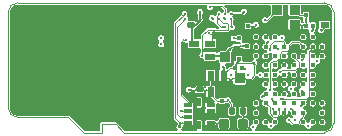
<source format=gbl>
%FSLAX44Y44*%
%MOMM*%
G71*
G01*
G75*
G04 Layer_Physical_Order=4*
G04 Layer_Color=16711680*
%ADD10C,0.2500*%
%ADD11R,2.9000X0.8000*%
%ADD12R,3.2000X0.8000*%
%ADD13O,0.6000X0.4000*%
%ADD14O,1.0500X0.7000*%
G04:AMPARAMS|DCode=15|XSize=0.4mm|YSize=0.37mm|CornerRadius=0.037mm|HoleSize=0mm|Usage=FLASHONLY|Rotation=270.000|XOffset=0mm|YOffset=0mm|HoleType=Round|Shape=RoundedRectangle|*
%AMROUNDEDRECTD15*
21,1,0.4000,0.2960,0,0,270.0*
21,1,0.3260,0.3700,0,0,270.0*
1,1,0.0740,-0.1480,-0.1630*
1,1,0.0740,-0.1480,0.1630*
1,1,0.0740,0.1480,0.1630*
1,1,0.0740,0.1480,-0.1630*
%
%ADD15ROUNDEDRECTD15*%
%ADD16C,0.0750*%
%ADD17C,0.1500*%
%ADD18C,0.7500*%
%ADD19C,0.0100*%
%ADD20C,0.3000*%
%ADD21C,0.2000*%
%ADD22C,0.4000*%
%ADD23R,0.6000X0.8500*%
%ADD24R,0.8500X0.6000*%
G04:AMPARAMS|DCode=25|XSize=0.4mm|YSize=0.37mm|CornerRadius=0.037mm|HoleSize=0mm|Usage=FLASHONLY|Rotation=0.000|XOffset=0mm|YOffset=0mm|HoleType=Round|Shape=RoundedRectangle|*
%AMROUNDEDRECTD25*
21,1,0.4000,0.2960,0,0,0.0*
21,1,0.3260,0.3700,0,0,0.0*
1,1,0.0740,0.1630,-0.1480*
1,1,0.0740,-0.1630,-0.1480*
1,1,0.0740,-0.1630,0.1480*
1,1,0.0740,0.1630,0.1480*
%
%ADD25ROUNDEDRECTD25*%
G04:AMPARAMS|DCode=26|XSize=0.93mm|YSize=0.89mm|CornerRadius=0.089mm|HoleSize=0mm|Usage=FLASHONLY|Rotation=180.000|XOffset=0mm|YOffset=0mm|HoleType=Round|Shape=RoundedRectangle|*
%AMROUNDEDRECTD26*
21,1,0.9300,0.7120,0,0,180.0*
21,1,0.7520,0.8900,0,0,180.0*
1,1,0.1780,-0.3760,0.3560*
1,1,0.1780,0.3760,0.3560*
1,1,0.1780,0.3760,-0.3560*
1,1,0.1780,-0.3760,-0.3560*
%
%ADD26ROUNDEDRECTD26*%
G04:AMPARAMS|DCode=27|XSize=0.6mm|YSize=0.5mm|CornerRadius=0.05mm|HoleSize=0mm|Usage=FLASHONLY|Rotation=0.000|XOffset=0mm|YOffset=0mm|HoleType=Round|Shape=RoundedRectangle|*
%AMROUNDEDRECTD27*
21,1,0.6000,0.4000,0,0,0.0*
21,1,0.5000,0.5000,0,0,0.0*
1,1,0.1000,0.2500,-0.2000*
1,1,0.1000,-0.2500,-0.2000*
1,1,0.1000,-0.2500,0.2000*
1,1,0.1000,0.2500,0.2000*
%
%ADD27ROUNDEDRECTD27*%
G04:AMPARAMS|DCode=28|XSize=0.9mm|YSize=0.8mm|CornerRadius=0.08mm|HoleSize=0mm|Usage=FLASHONLY|Rotation=180.000|XOffset=0mm|YOffset=0mm|HoleType=Round|Shape=RoundedRectangle|*
%AMROUNDEDRECTD28*
21,1,0.9000,0.6400,0,0,180.0*
21,1,0.7400,0.8000,0,0,180.0*
1,1,0.1600,-0.3700,0.3200*
1,1,0.1600,0.3700,0.3200*
1,1,0.1600,0.3700,-0.3200*
1,1,0.1600,-0.3700,-0.3200*
%
%ADD28ROUNDEDRECTD28*%
G04:AMPARAMS|DCode=29|XSize=0.8mm|YSize=0.8mm|CornerRadius=0.12mm|HoleSize=0mm|Usage=FLASHONLY|Rotation=0.000|XOffset=0mm|YOffset=0mm|HoleType=Round|Shape=RoundedRectangle|*
%AMROUNDEDRECTD29*
21,1,0.8000,0.5600,0,0,0.0*
21,1,0.5600,0.8000,0,0,0.0*
1,1,0.2400,0.2800,-0.2800*
1,1,0.2400,-0.2800,-0.2800*
1,1,0.2400,-0.2800,0.2800*
1,1,0.2400,0.2800,0.2800*
%
%ADD29ROUNDEDRECTD29*%
G04:AMPARAMS|DCode=30|XSize=0.76mm|YSize=0.27mm|CornerRadius=0.027mm|HoleSize=0mm|Usage=FLASHONLY|Rotation=90.000|XOffset=0mm|YOffset=0mm|HoleType=Round|Shape=RoundedRectangle|*
%AMROUNDEDRECTD30*
21,1,0.7600,0.2160,0,0,90.0*
21,1,0.7060,0.2700,0,0,90.0*
1,1,0.0540,0.1080,0.3530*
1,1,0.0540,0.1080,-0.3530*
1,1,0.0540,-0.1080,-0.3530*
1,1,0.0540,-0.1080,0.3530*
%
%ADD30ROUNDEDRECTD30*%
G04:AMPARAMS|DCode=31|XSize=0.76mm|YSize=0.27mm|CornerRadius=0.027mm|HoleSize=0mm|Usage=FLASHONLY|Rotation=0.000|XOffset=0mm|YOffset=0mm|HoleType=Round|Shape=RoundedRectangle|*
%AMROUNDEDRECTD31*
21,1,0.7600,0.2160,0,0,0.0*
21,1,0.7060,0.2700,0,0,0.0*
1,1,0.0540,0.3530,-0.1080*
1,1,0.0540,-0.3530,-0.1080*
1,1,0.0540,-0.3530,0.1080*
1,1,0.0540,0.3530,0.1080*
%
%ADD31ROUNDEDRECTD31*%
%ADD32R,0.7400X0.5400*%
G04:AMPARAMS|DCode=33|XSize=0.6mm|YSize=0.5mm|CornerRadius=0.05mm|HoleSize=0mm|Usage=FLASHONLY|Rotation=90.000|XOffset=0mm|YOffset=0mm|HoleType=Round|Shape=RoundedRectangle|*
%AMROUNDEDRECTD33*
21,1,0.6000,0.4000,0,0,90.0*
21,1,0.5000,0.5000,0,0,90.0*
1,1,0.1000,0.2000,0.2500*
1,1,0.1000,0.2000,-0.2500*
1,1,0.1000,-0.2000,-0.2500*
1,1,0.1000,-0.2000,0.2500*
%
%ADD33ROUNDEDRECTD33*%
%ADD34C,0.1000*%
G36*
X126133Y53650D02*
X126125Y53721D01*
X126102Y53785D01*
X126063Y53841D01*
X126008Y53890D01*
X125938Y53931D01*
X125852Y53965D01*
X125751Y53991D01*
X125633Y54010D01*
X125501Y54021D01*
X125352Y54025D01*
Y54775D01*
X125501Y54779D01*
X125633Y54790D01*
X125751Y54809D01*
X125852Y54835D01*
X125938Y54869D01*
X126008Y54910D01*
X126063Y54959D01*
X126102Y55015D01*
X126125Y55079D01*
X126133Y55150D01*
Y53650D01*
D02*
G37*
G36*
X167765Y52535D02*
X167697Y52464D01*
X167587Y52333D01*
X167545Y52273D01*
X167512Y52217D01*
X167488Y52164D01*
X167473Y52114D01*
X167466Y52069D01*
X167469Y52027D01*
X167480Y51988D01*
X166688Y52780D01*
X166727Y52769D01*
X166769Y52766D01*
X166814Y52773D01*
X166864Y52788D01*
X166917Y52812D01*
X166973Y52845D01*
X167033Y52887D01*
X167097Y52937D01*
X167235Y53065D01*
X167765Y52535D01*
D02*
G37*
G36*
X188644Y54997D02*
X189255Y54662D01*
Y51138D01*
X188644Y50803D01*
X187985Y50708D01*
X187858Y50858D01*
X187527Y51140D01*
X187157Y51367D01*
X186756Y51533D01*
X186333Y51634D01*
X185900Y51669D01*
X185467Y51634D01*
X185044Y51533D01*
X184643Y51367D01*
X184273Y51140D01*
X183942Y50858D01*
X183660Y50527D01*
X183433Y50157D01*
X183267Y49756D01*
X183166Y49333D01*
X183132Y48900D01*
X183166Y48467D01*
X183267Y48045D01*
X183433Y47643D01*
X183660Y47273D01*
X183942Y46942D01*
X184273Y46660D01*
X184643Y46433D01*
X185044Y46267D01*
X185467Y46166D01*
X185900Y46132D01*
X186333Y46166D01*
X186756Y46267D01*
X187157Y46433D01*
X187527Y46660D01*
X187858Y46942D01*
X187985Y47092D01*
X188644Y46997D01*
X189255Y46662D01*
Y43138D01*
X188644Y42803D01*
X187985Y42708D01*
X187858Y42858D01*
X187527Y43140D01*
X187157Y43367D01*
X186756Y43533D01*
X186333Y43635D01*
X185900Y43668D01*
X185467Y43635D01*
X185044Y43533D01*
X184643Y43367D01*
X184273Y43140D01*
X183942Y42858D01*
X183660Y42527D01*
X183433Y42157D01*
X183267Y41755D01*
X183166Y41333D01*
X183132Y40900D01*
X183166Y40467D01*
X183267Y40044D01*
X183433Y39643D01*
X183592Y39383D01*
X183602Y39009D01*
X183324Y38027D01*
X183262Y37934D01*
X182926Y37729D01*
X182627Y37473D01*
X182371Y37174D01*
X182166Y36839D01*
X182015Y36475D01*
X181923Y36092D01*
X181892Y35700D01*
X181923Y35308D01*
X182015Y34925D01*
X182166Y34562D01*
X182371Y34226D01*
X182627Y33927D01*
X182926Y33671D01*
X183206Y33500D01*
X183166Y33333D01*
X183132Y32900D01*
X183166Y32467D01*
X183267Y32044D01*
X183433Y31643D01*
X183660Y31273D01*
X183710Y31215D01*
X183420Y30280D01*
X183155Y29945D01*
X180645D01*
X180380Y30280D01*
X180090Y31215D01*
X180140Y31273D01*
X180367Y31643D01*
X180533Y32044D01*
X180634Y32467D01*
X180669Y32900D01*
X180634Y33333D01*
X180533Y33756D01*
X180367Y34157D01*
X180140Y34527D01*
X179858Y34858D01*
X179527Y35140D01*
X179157Y35367D01*
X178755Y35533D01*
X178683Y35550D01*
X178153Y36015D01*
X177806Y36746D01*
X177802Y36767D01*
X177787Y36934D01*
X177808Y37200D01*
X177924Y37415D01*
X178755Y38267D01*
Y38267D01*
X178756D01*
X179157Y38433D01*
X179527Y38660D01*
X179527Y38660D01*
X179770Y38867D01*
X179858Y38942D01*
X180140Y39273D01*
X180367Y39643D01*
X180533Y40044D01*
X180634Y40467D01*
X180669Y40900D01*
X180634Y41333D01*
X180533Y41755D01*
X180367Y42157D01*
X180140Y42527D01*
X179858Y42858D01*
X179527Y43140D01*
X179157Y43367D01*
X178755Y43533D01*
X178333Y43635D01*
X177900Y43668D01*
X177467Y43635D01*
X177045Y43533D01*
X176643Y43367D01*
X176273Y43140D01*
X175942Y42858D01*
X175660Y42527D01*
X175433Y42157D01*
X175267Y41755D01*
X175166Y41333D01*
X175131Y40900D01*
X175166Y40467D01*
X174525Y39585D01*
X174161Y39434D01*
X173826Y39229D01*
X173527Y38973D01*
X173271Y38674D01*
X173066Y38338D01*
X172915Y37975D01*
X172823Y37592D01*
X172792Y37200D01*
X172823Y36808D01*
X172915Y36425D01*
X173066Y36061D01*
X173271Y35726D01*
X173527Y35427D01*
X173826Y35171D01*
X174161Y34966D01*
X174383Y34874D01*
X174576Y34742D01*
X174716Y34542D01*
X175104Y33814D01*
X175188Y33427D01*
X175166Y33333D01*
X175131Y32900D01*
X175166Y32467D01*
X175267Y32044D01*
X175433Y31643D01*
X175660Y31273D01*
X175710Y31215D01*
X175420Y30280D01*
X175155Y29945D01*
X172645D01*
X172380Y30280D01*
X172090Y31215D01*
X172140Y31273D01*
X172367Y31643D01*
X172533Y32044D01*
X172635Y32467D01*
X172668Y32900D01*
X172635Y33333D01*
X172533Y33756D01*
X172367Y34157D01*
X172140Y34527D01*
X171858Y34858D01*
X171527Y35140D01*
X171157Y35367D01*
X170756Y35533D01*
X170333Y35634D01*
X169900Y35668D01*
X169467Y35634D01*
X169044Y35533D01*
X168643Y35367D01*
X168273Y35140D01*
X167942Y34858D01*
X167660Y34527D01*
X167433Y34157D01*
X167267Y33756D01*
X167166Y33333D01*
X167132Y32900D01*
X167158Y32561D01*
X167128Y32382D01*
X166777Y31757D01*
X166567Y31479D01*
X166237Y31212D01*
X166125Y31185D01*
X165762Y31034D01*
X165426Y30829D01*
X165282Y30706D01*
X164304Y31541D01*
X164367Y31643D01*
X164533Y32044D01*
X164634Y32467D01*
X164669Y32900D01*
X164634Y33333D01*
X164533Y33756D01*
X164367Y34157D01*
X164140Y34527D01*
X163858Y34858D01*
X163527Y35140D01*
X163157Y35367D01*
X162756Y35533D01*
X162333Y35634D01*
X161900Y35668D01*
X161467Y35634D01*
X161434Y35642D01*
X160843Y35987D01*
X160537Y36241D01*
X160285Y36593D01*
X160277Y36692D01*
X160185Y37075D01*
X160077Y37335D01*
X160115Y37409D01*
X160256Y37631D01*
X161007Y38283D01*
X161045Y38267D01*
X161467Y38166D01*
X161900Y38131D01*
X162333Y38166D01*
X162756Y38267D01*
X163157Y38433D01*
X163527Y38660D01*
X163858Y38942D01*
X164140Y39273D01*
X164367Y39643D01*
X164533Y40044D01*
X164634Y40467D01*
X164669Y40900D01*
X164634Y41333D01*
X164533Y41755D01*
X164367Y42157D01*
X164140Y42527D01*
X163858Y42858D01*
X163527Y43140D01*
X163157Y43367D01*
X162756Y43533D01*
X162333Y43635D01*
X161900Y43668D01*
X161467Y43635D01*
X161045Y43533D01*
X160643Y43367D01*
X160415Y43227D01*
X159906Y43370D01*
X159145Y43847D01*
Y45953D01*
X159906Y46430D01*
X160415Y46573D01*
X160643Y46433D01*
X161045Y46267D01*
X161467Y46166D01*
X161900Y46132D01*
X162333Y46166D01*
X162756Y46267D01*
X163157Y46433D01*
X163527Y46660D01*
X163858Y46942D01*
X164140Y47273D01*
X164367Y47643D01*
X164506Y47980D01*
X164570Y48090D01*
X164974Y48586D01*
X165898Y48908D01*
X165905Y48908D01*
X166100Y48892D01*
X166318Y48805D01*
X167267Y48045D01*
X167267D01*
Y48044D01*
X167433Y47643D01*
X167660Y47273D01*
X167660Y47273D01*
X167867Y47030D01*
X167942Y46942D01*
X168273Y46660D01*
X168643Y46433D01*
X169044Y46267D01*
X169467Y46166D01*
X169900Y46132D01*
X170333Y46166D01*
X170756Y46267D01*
X171157Y46433D01*
X171527Y46660D01*
X171858Y46942D01*
X172140Y47273D01*
X172367Y47643D01*
X172533Y48045D01*
X172635Y48467D01*
X172668Y48900D01*
X172635Y49333D01*
X172533Y49756D01*
X172367Y50157D01*
X172227Y50385D01*
X172370Y50894D01*
X172847Y51655D01*
X174953D01*
X175430Y50894D01*
X175573Y50385D01*
X175433Y50157D01*
X175267Y49756D01*
X175166Y49333D01*
X175131Y48900D01*
X175166Y48467D01*
X175267Y48045D01*
X175433Y47643D01*
X175660Y47273D01*
X175942Y46942D01*
X176273Y46660D01*
X176643Y46433D01*
X177045Y46267D01*
X177467Y46166D01*
X177900Y46132D01*
X178333Y46166D01*
X178755Y46267D01*
X179157Y46433D01*
X179527Y46660D01*
X179858Y46942D01*
X180140Y47273D01*
X180367Y47643D01*
X180533Y48045D01*
X180634Y48467D01*
X180669Y48900D01*
X180634Y49333D01*
X180533Y49756D01*
X180367Y50157D01*
X180140Y50527D01*
X179932Y50771D01*
X179848Y50996D01*
X179811Y52062D01*
X179912Y52393D01*
X182407Y54888D01*
X182792Y55006D01*
X183370Y55025D01*
X183811Y54986D01*
X183942Y54942D01*
X184273Y54660D01*
X184643Y54433D01*
X185044Y54267D01*
X185467Y54166D01*
X185900Y54131D01*
X186333Y54166D01*
X186756Y54267D01*
X187157Y54433D01*
X187527Y54660D01*
X187858Y54942D01*
X187985Y55092D01*
X188644Y54997D01*
D02*
G37*
G36*
X129934Y57398D02*
X129790Y57336D01*
X129661Y57267D01*
X129547Y57189D01*
X129448Y57102D01*
X129365Y57008D01*
X129296Y56906D01*
X129243Y56796D01*
X129214Y56704D01*
X129233Y56623D01*
X129266Y56532D01*
X129306Y56458D01*
X129353Y56399D01*
X129408Y56356D01*
X129469Y56330D01*
X129538Y56320D01*
X128050Y56367D01*
X128121Y56373D01*
X128185Y56394D01*
X128241Y56432D01*
X128290Y56486D01*
X128331Y56556D01*
X128365Y56642D01*
X128391Y56744D01*
X128410Y56863D01*
X128414Y56914D01*
X128408Y56965D01*
X128388Y57085D01*
X128322Y57357D01*
X128222Y57674D01*
X128011Y58234D01*
X129934Y57398D01*
D02*
G37*
G36*
X118020Y56113D02*
X118077Y56065D01*
X118137Y56022D01*
X118197Y55983D01*
X118260Y55949D01*
X118325Y55919D01*
X118392Y55893D01*
X118460Y55872D01*
X118531Y55855D01*
X118603Y55843D01*
X117757Y54997D01*
X117745Y55069D01*
X117728Y55140D01*
X117707Y55208D01*
X117681Y55275D01*
X117651Y55340D01*
X117617Y55402D01*
X117578Y55463D01*
X117535Y55522D01*
X117487Y55580D01*
X117435Y55635D01*
X117965Y56165D01*
X118020Y56113D01*
D02*
G37*
G36*
X119228Y54069D02*
X119250D01*
X119257Y53779D01*
X119280Y53519D01*
X119318Y53289D01*
X119370Y53090D01*
X119438Y52922D01*
X119520Y52784D01*
X119618Y52677D01*
X119730Y52600D01*
X119858Y52554D01*
X120000Y52539D01*
X117000D01*
X117142Y52554D01*
X117270Y52600D01*
X117382Y52677D01*
X117480Y52784D01*
X117563Y52922D01*
X117630Y53090D01*
X117683Y53289D01*
X117720Y53519D01*
X117739Y53736D01*
X117717Y53943D01*
X117691Y54060D01*
X117658Y54161D01*
X117618Y54247D01*
X117570Y54317D01*
X117515Y54371D01*
X117453Y54410D01*
X117383Y54434D01*
X119136Y55468D01*
X119228Y54069D01*
D02*
G37*
G36*
X120309Y50402D02*
X119250Y49300D01*
X118499Y50050D01*
X118518Y50061D01*
X118558Y50092D01*
X118697Y50219D01*
X119602Y51109D01*
X120309Y50402D01*
D02*
G37*
G36*
X118103Y48969D02*
X118102Y48997D01*
X118898D01*
X118894Y48986D01*
X118890Y48962D01*
X118886Y48926D01*
X118882Y48833D01*
X119087D01*
X119047Y48780D01*
X118979Y48678D01*
X118951Y48628D01*
X118928Y48579D01*
X118909Y48531D01*
X118894Y48485D01*
X118883Y48439D01*
X118877Y48394D01*
X118875Y48350D01*
X118282D01*
X117943Y48030D01*
X117398Y47491D01*
X116691Y48198D01*
X117750Y49322D01*
X118103Y48969D01*
D02*
G37*
G36*
X129179Y50936D02*
X129190Y50802D01*
X129209Y50684D01*
X129235Y50582D01*
X129269Y50496D01*
X129310Y50426D01*
X129359Y50372D01*
X129415Y50334D01*
X129479Y50312D01*
X129550Y50306D01*
X128056Y50269D01*
X128126Y50279D01*
X128189Y50304D01*
X128244Y50346D01*
X128292Y50404D01*
X128333Y50478D01*
X128366Y50567D01*
X128392Y50673D01*
X128410Y50795D01*
X128421Y50933D01*
X128425Y51086D01*
X129175D01*
X129179Y50936D01*
D02*
G37*
G36*
X122177Y52270D02*
X121989Y52075D01*
X121689Y51721D01*
X121577Y51562D01*
X121491Y51415D01*
X121430Y51279D01*
X121394Y51156D01*
X121384Y51044D01*
X121399Y50943D01*
X121439Y50855D01*
X120355Y52539D01*
X120417Y52472D01*
X120497Y52437D01*
X120594Y52432D01*
X120709Y52460D01*
X120841Y52518D01*
X120992Y52607D01*
X121159Y52728D01*
X121345Y52879D01*
X121770Y53277D01*
X122177Y52270D01*
D02*
G37*
G36*
X129469Y52470D02*
X129408Y52444D01*
X129353Y52401D01*
X129306Y52342D01*
X129266Y52268D01*
X129233Y52177D01*
X129208Y52070D01*
X129190Y51947D01*
X129179Y51808D01*
X129175Y51652D01*
X128425D01*
X128421Y51803D01*
X128410Y51937D01*
X128391Y52056D01*
X128365Y52158D01*
X128331Y52244D01*
X128290Y52314D01*
X128241Y52368D01*
X128185Y52406D01*
X128121Y52427D01*
X128050Y52433D01*
X129538Y52480D01*
X129469Y52470D01*
D02*
G37*
G36*
X114994Y65753D02*
X115018Y65748D01*
X115147Y65727D01*
X115287Y65712D01*
X115599Y65700D01*
Y64200D01*
X115438Y64197D01*
X115147Y64173D01*
X115018Y64152D01*
X114994Y64146D01*
Y63450D01*
X114979Y63593D01*
X114933Y63720D01*
X114857Y63833D01*
X114749Y63930D01*
X114615Y64010D01*
X114610Y64008D01*
X114536Y63957D01*
X114471Y63900D01*
Y64069D01*
X114443Y64080D01*
X114244Y64132D01*
X114015Y64170D01*
X113755Y64193D01*
X113464Y64200D01*
Y65700D01*
X113755Y65708D01*
X114015Y65730D01*
X114244Y65767D01*
X114443Y65820D01*
X114471Y65831D01*
Y66000D01*
X114536Y65943D01*
X114610Y65892D01*
X114615Y65890D01*
X114749Y65970D01*
X114857Y66068D01*
X114933Y66180D01*
X114979Y66308D01*
X114994Y66450D01*
Y65753D01*
D02*
G37*
G36*
X111354Y66308D02*
X111400Y66180D01*
X111477Y66068D01*
X111584Y65970D01*
X111722Y65887D01*
X111890Y65820D01*
X111974Y65798D01*
X112007Y65808D01*
X112104Y65847D01*
X112190Y65892D01*
X112265Y65943D01*
X112329Y66000D01*
Y65729D01*
X112579Y65708D01*
X112870Y65700D01*
Y64200D01*
X112579Y64193D01*
X112329Y64171D01*
Y63900D01*
X112265Y63957D01*
X112190Y64008D01*
X112104Y64053D01*
X112007Y64092D01*
X111974Y64102D01*
X111890Y64080D01*
X111722Y64012D01*
X111584Y63930D01*
X111477Y63833D01*
X111400Y63720D01*
X111354Y63593D01*
X111339Y63450D01*
Y64195D01*
X111201Y64200D01*
Y65700D01*
X111339Y65703D01*
Y66450D01*
X111354Y66308D01*
D02*
G37*
G36*
X100582Y67561D02*
X100604Y67435D01*
X100640Y67311D01*
X100691Y67189D01*
X100756Y67069D01*
X100835Y66951D01*
X100929Y66835D01*
X101038Y66722D01*
X101160Y66611D01*
X101298Y66502D01*
X99216Y66222D01*
X99332Y66376D01*
X99527Y66673D01*
X99606Y66815D01*
X99673Y66953D01*
X99728Y67088D01*
X99770Y67218D01*
X99801Y67344D01*
X99819Y67467D01*
X99825Y67585D01*
X100575Y67690D01*
X100582Y67561D01*
D02*
G37*
G36*
X162994Y72345D02*
X163097Y72271D01*
X163210Y72206D01*
X163333Y72150D01*
X163467Y72102D01*
X163610Y72064D01*
X163674Y72052D01*
X163741Y72119D01*
X163716Y72044D01*
X163764Y72035D01*
X163927Y72014D01*
X164101Y72003D01*
X164285Y72000D01*
X163834Y71550D01*
X163843Y71535D01*
X163911Y71441D01*
X163991Y71345D01*
X164085Y71246D01*
X163554Y70715D01*
X163455Y70809D01*
X163359Y70890D01*
X163265Y70957D01*
X163251Y70965D01*
X162800Y70515D01*
X162798Y70699D01*
X162766Y71037D01*
X162756Y71084D01*
X162681Y71059D01*
X162748Y71126D01*
X162736Y71190D01*
X162698Y71333D01*
X162650Y71467D01*
X162594Y71590D01*
X162529Y71703D01*
X162455Y71806D01*
X162372Y71898D01*
X162902Y72429D01*
X162994Y72345D01*
D02*
G37*
G36*
X122688Y69497D02*
X123658D01*
X123454Y69283D01*
X123295Y69091D01*
X123214Y68972D01*
X123385Y68800D01*
X123299Y68795D01*
X123210Y68778D01*
X123118Y68749D01*
X123101Y68742D01*
X123080Y68648D01*
X123097Y68545D01*
X123157Y68465D01*
X123261Y68407D01*
X123410Y68371D01*
X123602Y68357D01*
X122542Y68369D01*
X122375Y68215D01*
X122217Y68373D01*
X119415Y68406D01*
X119620Y68415D01*
X119826Y68446D01*
X120034Y68499D01*
X120243Y68575D01*
X120455Y68673D01*
X120667Y68793D01*
X120882Y68935D01*
X121098Y69100D01*
X121317Y69288D01*
X121431Y69396D01*
X121615Y69614D01*
X121691Y69720D01*
X121756Y69823D01*
X121808Y69922D01*
X121849Y70018D01*
X121878Y70110D01*
X121895Y70199D01*
X121900Y70285D01*
X122688Y69497D01*
D02*
G37*
G36*
X120101Y65926D02*
X120075Y65855D01*
X120051Y65759D01*
X120031Y65636D01*
X120000Y65312D01*
X119977Y64630D01*
X119975Y64351D01*
X119783D01*
X119785Y64349D01*
X119865Y64265D01*
X119335Y63735D01*
X119251Y63815D01*
X119087Y63954D01*
X119007Y64012D01*
X118927Y64063D01*
X118849Y64107D01*
X118771Y64143D01*
X118695Y64172D01*
X118620Y64193D01*
X118546Y64207D01*
X119208Y64870D01*
X119149Y65759D01*
X119125Y65855D01*
X119099Y65926D01*
X119069Y65970D01*
X120131D01*
X120101Y65926D01*
D02*
G37*
G36*
X131094Y60433D02*
X132063D01*
X131963Y60427D01*
X131861Y60411D01*
X131758Y60382D01*
X131653Y60343D01*
X131548Y60293D01*
X131441Y60231D01*
X131334Y60158D01*
X131224Y60074D01*
X131220Y60070D01*
X131171Y60003D01*
X131106Y59890D01*
X131050Y59767D01*
X131002Y59633D01*
X130964Y59490D01*
X130962Y59482D01*
X131052Y59437D01*
X131178Y59388D01*
X131307Y59349D01*
X131439Y59322D01*
X131575Y59306D01*
X131714Y59300D01*
Y58300D01*
X131575Y58295D01*
X131439Y58278D01*
X131307Y58250D01*
X131178Y58212D01*
X131052Y58162D01*
X130929Y58102D01*
X130809Y58031D01*
X130693Y57948D01*
X130581Y57854D01*
X130471Y57750D01*
Y59244D01*
X129415Y60300D01*
X129599Y60303D01*
X129936Y60335D01*
X130090Y60364D01*
X130171Y60386D01*
X130121Y60411D01*
X130043Y60427D01*
X129942Y60433D01*
X130320D01*
X130367Y60450D01*
X130490Y60506D01*
X130603Y60571D01*
X130705Y60645D01*
X130798Y60729D01*
X131094Y60433D01*
D02*
G37*
G36*
X145345Y57619D02*
X145252Y57507D01*
X145169Y57390D01*
X145098Y57271D01*
X145037Y57148D01*
X144988Y57023D01*
X144950Y56893D01*
X144922Y56761D01*
X144906Y56625D01*
X144900Y56486D01*
X143900D01*
X143895Y56625D01*
X143878Y56761D01*
X143850Y56893D01*
X143812Y57023D01*
X143763Y57148D01*
X143702Y57271D01*
X143631Y57390D01*
X143548Y57507D01*
X143455Y57619D01*
X143350Y57729D01*
X145450D01*
X145345Y57619D01*
D02*
G37*
G36*
X143329Y57750D02*
X143219Y57854D01*
X143106Y57948D01*
X142991Y58031D01*
X142871Y58102D01*
X142748Y58162D01*
X142622Y58212D01*
X142493Y58250D01*
X142361Y58278D01*
X142225Y58295D01*
X142086Y58300D01*
Y59300D01*
X142225Y59306D01*
X142361Y59322D01*
X142493Y59349D01*
X142622Y59388D01*
X142748Y59437D01*
X142871Y59498D01*
X142991Y59570D01*
X143106Y59652D01*
X143219Y59745D01*
X143329Y59850D01*
Y57750D01*
D02*
G37*
G36*
X179302Y63462D02*
X179272Y63400D01*
X179259Y63334D01*
X179260Y63263D01*
X179277Y63187D01*
X179309Y63107D01*
X179356Y63022D01*
X179419Y62933D01*
X179497Y62839D01*
X179590Y62740D01*
X178855Y62415D01*
X178755Y62510D01*
X178565Y62670D01*
X178474Y62734D01*
X178385Y62787D01*
X178299Y62831D01*
X178215Y62864D01*
X178134Y62887D01*
X178055Y62899D01*
X177979Y62902D01*
X179346Y63519D01*
X179302Y63462D01*
D02*
G37*
G36*
X129471Y58305D02*
X129459Y58300D01*
X129441Y58288D01*
X129417Y58269D01*
X129349Y58210D01*
X129065Y57935D01*
X128535Y58465D01*
X128905Y58871D01*
X129471Y58305D01*
D02*
G37*
G36*
X166377Y18983D02*
X166239Y18877D01*
X166116Y18769D01*
X166006Y18657D01*
X165912Y18543D01*
X165832Y18427D01*
X165766Y18308D01*
X165716Y18187D01*
X165679Y18063D01*
X165657Y17937D01*
X165650Y17808D01*
X164900Y17925D01*
X164894Y18043D01*
X164876Y18165D01*
X164846Y18291D01*
X164804Y18422D01*
X164750Y18557D01*
X164684Y18697D01*
X164607Y18840D01*
X164415Y19141D01*
X164301Y19298D01*
X166377Y18983D01*
D02*
G37*
G36*
X83202Y19323D02*
X83464Y19107D01*
X83593Y19019D01*
X83722Y18945D01*
X83849Y18884D01*
X83891Y18868D01*
X83895Y18870D01*
X83966Y18911D01*
X84020Y18960D01*
X84059Y19016D01*
X84083Y19080D01*
X84090Y19151D01*
Y18806D01*
X84102Y18803D01*
X84227Y18783D01*
X84352Y18776D01*
Y18026D01*
X84227Y18019D01*
X84102Y17999D01*
X84090Y17996D01*
Y17651D01*
X84083Y17722D01*
X84059Y17786D01*
X84020Y17842D01*
X83966Y17891D01*
X83895Y17932D01*
X83891Y17933D01*
X83849Y17918D01*
X83722Y17857D01*
X83593Y17783D01*
X83464Y17695D01*
X83333Y17594D01*
X83202Y17479D01*
X83070Y17351D01*
Y19451D01*
X83202Y19323D01*
D02*
G37*
G36*
X176803Y20201D02*
X176835Y19864D01*
X176864Y19710D01*
X176902Y19567D01*
X176950Y19433D01*
X177006Y19310D01*
X177071Y19197D01*
X177099Y19159D01*
X177154Y19113D01*
X177246Y19050D01*
X177335Y18997D01*
X177422Y18955D01*
X177507Y18924D01*
X177589Y18903D01*
X177669Y18894D01*
X177746Y18894D01*
X176403Y18226D01*
X176446Y18286D01*
X176474Y18349D01*
X176487Y18418D01*
X176485Y18490D01*
X176467Y18567D01*
X176435Y18649D01*
X176418Y18677D01*
X176390Y18694D01*
X176267Y18750D01*
X176133Y18798D01*
X175990Y18836D01*
X175837Y18865D01*
X175673Y18886D01*
X175499Y18898D01*
X175315Y18900D01*
X176800Y20385D01*
X176803Y20201D01*
D02*
G37*
G36*
X170575Y19533D02*
X170578Y19396D01*
X170589Y19270D01*
X170606Y19153D01*
X170622Y19082D01*
X171315Y18940D01*
X171174Y18843D01*
X171048Y18742D01*
X170937Y18637D01*
X170841Y18529D01*
X170760Y18417D01*
X170693Y18301D01*
X170641Y18182D01*
X170605Y18059D01*
X170582Y17932D01*
X170575Y17802D01*
X169825Y17960D01*
X169819Y18075D01*
X169802Y18195D01*
X169774Y18321D01*
X169734Y18453D01*
X169683Y18590D01*
X169620Y18733D01*
X169572Y18825D01*
X169437Y18846D01*
X169510Y18870D01*
X169540Y18887D01*
X169461Y19035D01*
X169365Y19195D01*
X169257Y19360D01*
X169783Y19253D01*
X169790Y19278D01*
X169809Y19389D01*
X169821Y19513D01*
X169825Y19649D01*
X170575Y19533D01*
D02*
G37*
G36*
X160749Y18964D02*
X160734Y18946D01*
X160720Y18919D01*
X160708Y18884D01*
X160698Y18841D01*
X160690Y18789D01*
X160679Y18661D01*
X160675Y18500D01*
X159925D01*
X159924Y18585D01*
X159910Y18789D01*
X159902Y18841D01*
X159892Y18884D01*
X159880Y18919D01*
X159866Y18946D01*
X159851Y18964D01*
X159833Y18974D01*
X160767D01*
X160749Y18964D01*
D02*
G37*
G36*
X186579Y15010D02*
X186515Y14963D01*
X186459Y14905D01*
X186410Y14835D01*
X186369Y14755D01*
X186335Y14663D01*
X186309Y14561D01*
X186290Y14447D01*
X186279Y14322D01*
X186275Y14186D01*
X185525D01*
X185521Y14322D01*
X185510Y14447D01*
X185491Y14561D01*
X185465Y14663D01*
X185431Y14755D01*
X185390Y14835D01*
X185341Y14905D01*
X185285Y14963D01*
X185221Y15010D01*
X185150Y15046D01*
X186650D01*
X186579Y15010D01*
D02*
G37*
G36*
X80833Y9205D02*
X80945Y9115D01*
X81062Y9036D01*
X81184Y8967D01*
X81309Y8908D01*
X81440Y8861D01*
X81574Y8824D01*
X81713Y8797D01*
X81857Y8781D01*
X82004Y8776D01*
X82224Y8026D01*
X82082Y8018D01*
X81954Y7996D01*
X81842Y7958D01*
X81744Y7906D01*
X81662Y7838D01*
X81594Y7756D01*
X81542Y7658D01*
X81504Y7546D01*
X81482Y7418D01*
X81474Y7276D01*
X80724Y7495D01*
X80719Y7643D01*
X80703Y7787D01*
X80676Y7926D01*
X80639Y8060D01*
X80592Y8191D01*
X80533Y8316D01*
X80464Y8438D01*
X80385Y8555D01*
X80295Y8668D01*
X80194Y8776D01*
X80724Y9306D01*
X80833Y9205D01*
D02*
G37*
G36*
X81474Y7086D02*
X81480Y6967D01*
X81499Y6845D01*
X81529Y6718D01*
X81572Y6588D01*
X81626Y6453D01*
X81693Y6315D01*
X81772Y6173D01*
X81967Y5876D01*
X82083Y5722D01*
X80002Y6001D01*
X80139Y6110D01*
X80262Y6222D01*
X80370Y6335D01*
X80464Y6451D01*
X80543Y6568D01*
X80609Y6689D01*
X80659Y6811D01*
X80695Y6935D01*
X80717Y7061D01*
X80724Y7190D01*
X81474Y7086D01*
D02*
G37*
G36*
X84090Y7651D02*
X84083Y7722D01*
X84059Y7786D01*
X84020Y7842D01*
X83966Y7891D01*
X83895Y7932D01*
X83809Y7966D01*
X83708Y7992D01*
X83591Y8011D01*
X83458Y8022D01*
X83310Y8026D01*
Y8776D01*
X83458Y8780D01*
X83591Y8791D01*
X83708Y8810D01*
X83809Y8836D01*
X83895Y8870D01*
X83966Y8911D01*
X84020Y8960D01*
X84059Y9016D01*
X84083Y9080D01*
X84090Y9151D01*
Y7651D01*
D02*
G37*
G36*
Y12651D02*
X84083Y12722D01*
X84059Y12786D01*
X84020Y12842D01*
X83966Y12891D01*
X83895Y12932D01*
X83809Y12966D01*
X83708Y12992D01*
X83591Y13011D01*
X83458Y13022D01*
X83310Y13026D01*
Y13776D01*
X83458Y13780D01*
X83591Y13791D01*
X83708Y13810D01*
X83809Y13836D01*
X83895Y13870D01*
X83966Y13911D01*
X84020Y13960D01*
X84059Y14016D01*
X84083Y14080D01*
X84090Y14151D01*
Y12651D01*
D02*
G37*
G36*
X175403Y10401D02*
X175434Y10064D01*
X175464Y9910D01*
X175502Y9767D01*
X175550Y9633D01*
X175606Y9510D01*
X175671Y9397D01*
X175745Y9294D01*
X175829Y9202D01*
X175298Y8672D01*
X175205Y8755D01*
X175103Y8829D01*
X174990Y8894D01*
X174867Y8950D01*
X174733Y8998D01*
X174590Y9036D01*
X174436Y9065D01*
X174273Y9086D01*
X174099Y9097D01*
X173915Y9100D01*
X175400Y10585D01*
X175403Y10401D01*
D02*
G37*
G36*
X158375Y38585D02*
X158381Y38467D01*
X158399Y38345D01*
X158430Y38218D01*
X158472Y38088D01*
X158527Y37953D01*
X158594Y37815D01*
X158673Y37673D01*
X158868Y37376D01*
X158983Y37222D01*
X156902Y37502D01*
X157039Y37611D01*
X157162Y37722D01*
X157271Y37835D01*
X157365Y37951D01*
X157444Y38069D01*
X157509Y38189D01*
X157560Y38311D01*
X157596Y38435D01*
X157618Y38561D01*
X157625Y38690D01*
X158375Y38585D01*
D02*
G37*
G36*
X185306Y35328D02*
X185494Y35165D01*
X185584Y35097D01*
X185626Y35069D01*
X185841Y35284D01*
X185824Y35207D01*
X185819Y35128D01*
X185824Y35049D01*
X185840Y34969D01*
X185847Y34948D01*
X185909Y34924D01*
X185983Y34904D01*
X186053Y34894D01*
X185888Y34842D01*
X185905Y34805D01*
X185953Y34722D01*
X186013Y34637D01*
X186084Y34552D01*
X186165Y34465D01*
X185635Y33935D01*
X185548Y34016D01*
X185463Y34087D01*
X185378Y34147D01*
X185295Y34195D01*
X185213Y34233D01*
X185131Y34260D01*
X185051Y34276D01*
X184972Y34281D01*
X184893Y34276D01*
X184816Y34259D01*
X185171Y34614D01*
X184624Y34440D01*
X184671Y34488D01*
X184703Y34543D01*
X184719Y34602D01*
X184720Y34668D01*
X184704Y34739D01*
X184674Y34815D01*
X184627Y34897D01*
X184565Y34984D01*
X184487Y35078D01*
X184394Y35176D01*
X185207Y35424D01*
X185306Y35328D01*
D02*
G37*
G36*
X136616Y46705D02*
X136647Y46620D01*
X136699Y46545D01*
X136771Y46480D01*
X136863Y46425D01*
X136977Y46380D01*
X137111Y46345D01*
X137265Y46320D01*
X137441Y46305D01*
X137636Y46300D01*
Y45300D01*
X137441Y45295D01*
X137265Y45280D01*
X137111Y45255D01*
X136977Y45220D01*
X136863Y45175D01*
X136771Y45120D01*
X136699Y45055D01*
X136647Y44980D01*
X136616Y44895D01*
X136606Y44800D01*
Y46800D01*
X136616Y46705D01*
D02*
G37*
G36*
X127394Y44900D02*
X127384Y44995D01*
X127353Y45080D01*
X127301Y45155D01*
X127229Y45220D01*
X127136Y45275D01*
X127023Y45320D01*
X126889Y45355D01*
X126735Y45380D01*
X126559Y45395D01*
X126364Y45400D01*
Y46400D01*
X126559Y46405D01*
X126735Y46420D01*
X126889Y46445D01*
X127023Y46480D01*
X127136Y46525D01*
X127229Y46580D01*
X127301Y46645D01*
X127353Y46720D01*
X127384Y46805D01*
X127394Y46900D01*
Y44900D01*
D02*
G37*
G36*
X121449Y46805D02*
X121480Y46720D01*
X121532Y46645D01*
X121604Y46580D01*
X121697Y46525D01*
X121810Y46480D01*
X121944Y46445D01*
X122099Y46420D01*
X122274Y46405D01*
X122470Y46400D01*
Y45400D01*
X122274Y45395D01*
X122099Y45380D01*
X121944Y45355D01*
X121810Y45320D01*
X121697Y45275D01*
X121604Y45220D01*
X121532Y45155D01*
X121480Y45080D01*
X121449Y44995D01*
X121439Y44900D01*
Y46900D01*
X121449Y46805D01*
D02*
G37*
G36*
X153179Y31648D02*
X153095Y31556D01*
X153021Y31453D01*
X152956Y31340D01*
X152919Y31259D01*
X153119Y31059D01*
X153044Y31084D01*
X152965Y31095D01*
X152884Y31094D01*
X152854Y31089D01*
X152852Y31083D01*
X152814Y30940D01*
X152785Y30786D01*
X152764Y30623D01*
X152753Y30449D01*
X152750Y30265D01*
X152273Y30742D01*
X152246Y30715D01*
X151715Y31246D01*
X151742Y31273D01*
X151265Y31750D01*
X151449Y31753D01*
X151786Y31785D01*
X151940Y31814D01*
X152083Y31852D01*
X152089Y31854D01*
X152094Y31884D01*
X152095Y31965D01*
X152084Y32044D01*
X152059Y32119D01*
X152259Y31919D01*
X152340Y31956D01*
X152453Y32021D01*
X152556Y32095D01*
X152648Y32178D01*
X153179Y31648D01*
D02*
G37*
G36*
X185410Y23879D02*
X185326Y23786D01*
X185252Y23683D01*
X185187Y23570D01*
X185132Y23447D01*
X185086Y23314D01*
X185050Y23171D01*
X185043Y23135D01*
X185119Y23059D01*
X185044Y23084D01*
X185035Y23085D01*
X185023Y23018D01*
X185005Y22855D01*
X184998Y22683D01*
X184999Y22500D01*
X184527Y22951D01*
X184441Y22889D01*
X184345Y22809D01*
X184246Y22715D01*
X183715Y23246D01*
X183809Y23345D01*
X183890Y23441D01*
X183940Y23511D01*
X183480Y23950D01*
X183665Y23957D01*
X184005Y23995D01*
X184088Y24013D01*
X184084Y24044D01*
X184059Y24119D01*
X184152Y24026D01*
X184159Y24028D01*
X184303Y24068D01*
X184436Y24117D01*
X184559Y24174D01*
X184672Y24240D01*
X184774Y24314D01*
X184866Y24397D01*
X185410Y23879D01*
D02*
G37*
G36*
X155716Y24044D02*
X155704Y23965D01*
X155706Y23884D01*
X155721Y23801D01*
X155748Y23715D01*
X155789Y23626D01*
X155843Y23535D01*
X155911Y23441D01*
X155991Y23345D01*
X156085Y23246D01*
X155554Y22715D01*
X155455Y22809D01*
X155359Y22889D01*
X155265Y22957D01*
X155174Y23011D01*
X155085Y23052D01*
X154999Y23080D01*
X154916Y23094D01*
X154835Y23096D01*
X154756Y23084D01*
X154681Y23059D01*
X155741Y24119D01*
X155716Y24044D01*
D02*
G37*
G36*
X88228Y25342D02*
X88239Y25209D01*
X88258Y25092D01*
X88284Y24991D01*
X88318Y24905D01*
X88359Y24834D01*
X88408Y24780D01*
X88464Y24741D01*
X88528Y24717D01*
X88599Y24710D01*
X87099D01*
X87170Y24717D01*
X87234Y24741D01*
X87290Y24780D01*
X87339Y24834D01*
X87380Y24905D01*
X87414Y24991D01*
X87440Y25092D01*
X87459Y25209D01*
X87470Y25342D01*
X87474Y25490D01*
X88224D01*
X88228Y25342D01*
D02*
G37*
G36*
X168103Y29722D02*
X168364Y29506D01*
X168494Y29418D01*
X168622Y29344D01*
X168750Y29283D01*
X168877Y29236D01*
X169003Y29202D01*
X169128Y29182D01*
X169252Y29175D01*
Y28425D01*
X169128Y28418D01*
X169003Y28398D01*
X168877Y28364D01*
X168750Y28317D01*
X168622Y28256D01*
X168494Y28182D01*
X168364Y28094D01*
X168234Y27993D01*
X168103Y27878D01*
X167971Y27750D01*
Y29850D01*
X168103Y29722D01*
D02*
G37*
G36*
X160949Y27244D02*
X160900Y27112D01*
X160868Y26984D01*
X160854Y26860D01*
X160857Y26739D01*
X160863Y26710D01*
X160884Y26706D01*
X160965Y26704D01*
X161044Y26716D01*
X161119Y26741D01*
X160909Y26531D01*
X160916Y26510D01*
X160972Y26401D01*
X161045Y26296D01*
X161136Y26194D01*
X160356Y25978D01*
X160059Y25681D01*
X160084Y25756D01*
X160096Y25835D01*
X160094Y25916D01*
X160079Y25999D01*
X160052Y26085D01*
X160011Y26174D01*
X159980Y26226D01*
X159938Y26256D01*
X159818Y26334D01*
X159391Y26577D01*
X159050Y26748D01*
X161016Y27380D01*
X160949Y27244D01*
D02*
G37*
G36*
X204335Y108457D02*
X204965Y108363D01*
X205583Y108209D01*
X206182Y107994D01*
X206758Y107722D01*
X207304Y107395D01*
X207815Y107015D01*
X208287Y106588D01*
X208715Y106116D01*
X209094Y105604D01*
X209421Y105058D01*
X209694Y104483D01*
X209908Y103883D01*
X210063Y103266D01*
X210156Y102636D01*
X210186Y102035D01*
X210182Y102000D01*
Y8000D01*
X210186Y7965D01*
X210156Y7364D01*
X210063Y6734D01*
X209908Y6117D01*
X209694Y5517D01*
X209421Y4942D01*
X209094Y4396D01*
X208715Y3884D01*
X208287Y3412D01*
X207815Y2985D01*
X207304Y2606D01*
X206758Y2278D01*
X206182Y2006D01*
X205583Y1792D01*
X204965Y1637D01*
X204335Y1543D01*
X203734Y1514D01*
X203700Y1517D01*
X144944D01*
X144639Y2766D01*
X144974Y2971D01*
X145273Y3227D01*
X145529Y3526D01*
X145734Y3862D01*
X145885Y4225D01*
X145977Y4608D01*
X146008Y5000D01*
X146283Y5986D01*
X147012Y6373D01*
X147157Y6433D01*
X147527Y6660D01*
X147858Y6942D01*
X148140Y7273D01*
X148367Y7643D01*
X148533Y8044D01*
X148634Y8467D01*
X148668Y8900D01*
X148634Y9333D01*
X148533Y9755D01*
X148367Y10157D01*
X148140Y10527D01*
X147858Y10858D01*
X147527Y11140D01*
X147157Y11367D01*
X146756Y11533D01*
X146333Y11634D01*
X145900Y11668D01*
X145467Y11634D01*
X145044Y11533D01*
X144643Y11367D01*
X144273Y11140D01*
X143942Y10858D01*
X143660Y10527D01*
X143433Y10157D01*
X143267Y9755D01*
X143166Y9333D01*
X143132Y8900D01*
X143153Y8629D01*
X143166Y8467D01*
Y8467D01*
X142725Y7385D01*
X142361Y7234D01*
X142026Y7029D01*
X141727Y6773D01*
X141471Y6474D01*
X141266Y6138D01*
X141115Y5775D01*
X141023Y5392D01*
X140992Y5000D01*
X141023Y4608D01*
X141115Y4225D01*
X141266Y3862D01*
X141471Y3526D01*
X141727Y3227D01*
X142026Y2971D01*
X142361Y2766D01*
X142057Y1517D01*
X100654D01*
X100371Y1761D01*
X99718Y2621D01*
X99718Y2621D01*
X99718Y2787D01*
Y9681D01*
X99683Y9950D01*
X99579Y10200D01*
X99414Y10415D01*
X99199Y10581D01*
X98948Y10684D01*
X98679Y10720D01*
X96519D01*
X96250Y10684D01*
X96000Y10581D01*
X95785Y10415D01*
X95619Y10200D01*
X95516Y9950D01*
X95480Y9681D01*
Y2787D01*
X95480Y2621D01*
X95480Y2621D01*
X94827Y1761D01*
X94544Y1517D01*
X82758D01*
X82389Y2723D01*
X82393Y2787D01*
X82673Y3027D01*
X82929Y3326D01*
X83134Y3661D01*
X83285Y4025D01*
X83377Y4408D01*
X83408Y4800D01*
X83377Y5192D01*
X83369Y5225D01*
X83710Y5772D01*
X83968Y6042D01*
X84319Y6282D01*
X91379D01*
X91648Y6317D01*
X91899Y6421D01*
X92114Y6586D01*
X92279Y6801D01*
X92383Y7052D01*
X92418Y7321D01*
Y9481D01*
X92383Y9750D01*
X92279Y10000D01*
X92114Y10215D01*
X92067Y10479D01*
Y11323D01*
X92114Y11586D01*
X92279Y11801D01*
X92383Y12052D01*
X92418Y12321D01*
Y14481D01*
X92383Y14750D01*
X92279Y15000D01*
X92114Y15215D01*
X92067Y15479D01*
Y16323D01*
X92114Y16586D01*
X92279Y16801D01*
X92383Y17052D01*
X92418Y17321D01*
Y19481D01*
X92383Y19750D01*
X92279Y20000D01*
X92114Y20215D01*
X92067Y20479D01*
Y21323D01*
X92114Y21586D01*
X92279Y21801D01*
X92383Y22052D01*
X92418Y22321D01*
Y24481D01*
X92383Y24750D01*
X92279Y25000D01*
X92114Y25215D01*
X91899Y25380D01*
X91648Y25484D01*
X91379Y25520D01*
X88994D01*
Y26351D01*
X88955Y26647D01*
X88908Y26762D01*
X88841Y26923D01*
X88659Y27160D01*
X83226Y32592D01*
Y76407D01*
X83258Y76439D01*
X84427Y77027D01*
X84726Y76771D01*
X85062Y76566D01*
X85425Y76415D01*
X85808Y76323D01*
X86200Y76292D01*
X86592Y76323D01*
X86975Y76415D01*
X87338Y76566D01*
X87370Y76585D01*
X88280Y76241D01*
X88640Y75926D01*
Y71640D01*
X97785D01*
X98660Y71640D01*
X99055Y70534D01*
Y70534D01*
Y67543D01*
X99047Y67491D01*
X99032Y67427D01*
X99018Y67386D01*
X98926Y67329D01*
X98627Y67073D01*
X98371Y66774D01*
X98166Y66438D01*
X98015Y66075D01*
X97923Y65692D01*
X97892Y65300D01*
X97923Y64908D01*
X98015Y64525D01*
X98166Y64162D01*
X98371Y63826D01*
X98627Y63527D01*
X98926Y63271D01*
X99262Y63066D01*
X99625Y62915D01*
X100008Y62823D01*
X100400Y62792D01*
X100792Y62823D01*
X100870Y62842D01*
X101752Y62372D01*
X102100Y62045D01*
X102140Y61973D01*
Y60640D01*
X112160D01*
Y61392D01*
X112206Y61508D01*
X112423Y61770D01*
X113400Y62442D01*
X114127Y61431D01*
X114182Y61261D01*
Y60440D01*
X114214Y60117D01*
X114308Y59805D01*
X114461Y59519D01*
X114668Y59268D01*
X114919Y59061D01*
X115206Y58908D01*
X115362Y58861D01*
X115702Y58151D01*
X115806Y57632D01*
X115802Y57528D01*
X115671Y57374D01*
X115466Y57038D01*
X115315Y56675D01*
X115223Y56292D01*
X115192Y55900D01*
X115223Y55508D01*
X115315Y55125D01*
X115466Y54762D01*
X115546Y54630D01*
X115328Y53945D01*
X114911Y53360D01*
X114740D01*
Y43340D01*
X122260D01*
Y43451D01*
X122456Y43785D01*
X123157Y44534D01*
X125643D01*
X126379Y43800D01*
X126582Y43486D01*
Y42340D01*
X126614Y42017D01*
X126708Y41705D01*
X126861Y41419D01*
X127068Y41168D01*
X127319Y40961D01*
X127605Y40808D01*
X127916Y40714D01*
X128240Y40682D01*
X135760D01*
X136083Y40714D01*
X136395Y40808D01*
X136681Y40961D01*
X136932Y41168D01*
X137139Y41419D01*
X137292Y41705D01*
X137386Y42017D01*
X137418Y42340D01*
Y44524D01*
X137483Y44529D01*
X137656Y44534D01*
X137657Y44534D01*
X141300D01*
X141547Y44558D01*
X141784Y44630D01*
X142003Y44747D01*
X142195Y44905D01*
X144566Y47276D01*
X145295Y48005D01*
X145351Y48073D01*
X145395Y48126D01*
X145395Y48126D01*
X146067Y48413D01*
X146354Y48411D01*
X147027Y47996D01*
X147027D01*
X147166Y47661D01*
X147371Y47326D01*
X147371Y47326D01*
X147627Y47027D01*
X147627Y47027D01*
X147657Y47001D01*
X147926Y46771D01*
X148261Y46566D01*
X148625Y46415D01*
X149008Y46323D01*
X149400Y46292D01*
X149792Y46323D01*
X150175Y46415D01*
X150539Y46566D01*
X150874Y46771D01*
X151086Y46805D01*
X152273Y46660D01*
D01*
X152273D01*
X152643Y46433D01*
X153044Y46267D01*
X153045Y46267D01*
X153355Y46193D01*
X153467Y46166D01*
X153900Y46132D01*
X154333Y46166D01*
X154755Y46267D01*
X155157Y46433D01*
X155527Y46660D01*
X155585Y46710D01*
X156519Y46420D01*
X156855Y46155D01*
Y43645D01*
X156519Y43380D01*
X155585Y43090D01*
X155527Y43140D01*
X155157Y43367D01*
X154755Y43533D01*
X154333Y43635D01*
X153900Y43668D01*
X153467Y43635D01*
X153045Y43533D01*
X152643Y43367D01*
X152273Y43140D01*
X151942Y42858D01*
X151660Y42527D01*
X151433Y42157D01*
X151267Y41755D01*
X151166Y41333D01*
X151131Y40900D01*
X151166Y40467D01*
X151267Y40044D01*
X151433Y39643D01*
X151660Y39273D01*
X151942Y38942D01*
X152273Y38660D01*
X152643Y38433D01*
X153045Y38267D01*
X153467Y38166D01*
X153900Y38131D01*
X154333Y38166D01*
X154554Y38219D01*
X155022Y37858D01*
X155460Y37184D01*
X155415Y37075D01*
X155323Y36692D01*
X155322Y36673D01*
X155238Y36504D01*
X154648Y35937D01*
X154172Y35669D01*
X154095Y35653D01*
X153900Y35668D01*
X153467Y35634D01*
X153045Y35533D01*
X152643Y35367D01*
X152273Y35140D01*
X151942Y34858D01*
X151660Y34527D01*
X151433Y34157D01*
X151267Y33756D01*
X151166Y33333D01*
X151131Y32900D01*
X151143Y32749D01*
X150858Y32727D01*
X150475Y32635D01*
X150112Y32484D01*
X149776Y32279D01*
X149477Y32023D01*
X149221Y31724D01*
X149016Y31388D01*
X148865Y31025D01*
X148773Y30642D01*
X148742Y30250D01*
X148773Y29858D01*
X148865Y29475D01*
X149016Y29111D01*
X149221Y28776D01*
X149477Y28477D01*
X149776Y28221D01*
X150112Y28016D01*
X150475Y27865D01*
X150858Y27773D01*
X151083Y27755D01*
X151174Y27660D01*
X151394Y27315D01*
X151580Y26763D01*
X151643Y26499D01*
X151433Y26157D01*
X151267Y25756D01*
X151166Y25333D01*
X151131Y24900D01*
X151166Y24467D01*
X151267Y24044D01*
X151433Y23643D01*
X151660Y23273D01*
X151942Y22942D01*
X152273Y22660D01*
X152643Y22433D01*
X153045Y22267D01*
X153467Y22166D01*
X153900Y22132D01*
X154333Y22166D01*
X154755Y22267D01*
X154854Y22308D01*
X154889Y22283D01*
X154942Y22239D01*
X156155Y21026D01*
Y16727D01*
X156194Y16431D01*
X156228Y16350D01*
X156309Y16155D01*
X156490Y15918D01*
X159692Y12716D01*
X159930Y12534D01*
X160086Y12469D01*
X160097Y12446D01*
X160228Y11996D01*
X160268Y11219D01*
X160262Y11131D01*
X159942Y10858D01*
X159660Y10527D01*
X159433Y10157D01*
X159267Y9755D01*
X159166Y9333D01*
X158300Y8508D01*
X157908Y8477D01*
X157489Y8620D01*
X156974Y8971D01*
X156634Y9333D01*
X156533Y9755D01*
X156367Y10157D01*
X156140Y10527D01*
X155858Y10858D01*
X155527Y11140D01*
X155157Y11367D01*
X154755Y11533D01*
X154333Y11634D01*
X153900Y11668D01*
X153467Y11634D01*
X153045Y11533D01*
X152643Y11367D01*
X152273Y11140D01*
X151942Y10858D01*
X151660Y10527D01*
X151433Y10157D01*
X151267Y9755D01*
X151166Y9333D01*
X151131Y8900D01*
X151166Y8467D01*
X151267Y8044D01*
X151433Y7643D01*
X151660Y7273D01*
X151942Y6942D01*
X152273Y6660D01*
X152643Y6433D01*
X153045Y6267D01*
X153467Y6166D01*
X153900Y6132D01*
X154333Y6166D01*
X154535Y6214D01*
X154751Y6177D01*
X155238Y5918D01*
X155778Y5529D01*
X155877Y5385D01*
X155915Y5225D01*
X156066Y4861D01*
X156271Y4526D01*
X156527Y4227D01*
X156826Y3971D01*
X157162Y3766D01*
X157525Y3615D01*
X157908Y3523D01*
X158300Y3492D01*
X158692Y3523D01*
X159075Y3615D01*
X159438Y3766D01*
X159774Y3971D01*
X160073Y4227D01*
X160329Y4526D01*
X160534Y4861D01*
X160685Y5225D01*
X161384Y6066D01*
X162070Y6145D01*
X162333Y6166D01*
X162756Y6267D01*
X163157Y6433D01*
X163527Y6660D01*
X163858Y6942D01*
X164140Y7273D01*
X164367Y7643D01*
X164533Y8044D01*
X164634Y8467D01*
X164669Y8900D01*
X164634Y9333D01*
X164533Y9755D01*
X164367Y10157D01*
X164140Y10527D01*
X163858Y10858D01*
X163538Y11131D01*
X163531Y11219D01*
X163572Y11996D01*
X163703Y12446D01*
X163714Y12469D01*
X163870Y12534D01*
X164107Y12716D01*
X166084Y14693D01*
X166266Y14930D01*
X166331Y15086D01*
X166352Y15096D01*
X166736Y15224D01*
X167581Y15269D01*
X167669Y15262D01*
X167942Y14942D01*
X168273Y14660D01*
X168643Y14433D01*
X169006Y14283D01*
X169090Y14173D01*
X169328Y13991D01*
X169604Y13876D01*
X169900Y13837D01*
X170196Y13876D01*
X170472Y13991D01*
X170709Y14173D01*
X170838Y14301D01*
X171157Y14433D01*
X171527Y14660D01*
X171858Y14942D01*
X172140Y15273D01*
X172367Y15643D01*
X172533Y16044D01*
X172635Y16467D01*
X172668Y16900D01*
X172635Y17333D01*
X172562Y17633D01*
X173036Y18081D01*
X173596Y18442D01*
X173810Y18385D01*
X173826Y18371D01*
X174161Y18166D01*
X174525Y18015D01*
X175166Y17333D01*
X175131Y16900D01*
X175131Y16900D01*
X175147Y16708D01*
X175166Y16467D01*
X175267Y16044D01*
X175433Y15643D01*
X175660Y15273D01*
X175942Y14942D01*
X176273Y14660D01*
X176643Y14433D01*
X177045Y14267D01*
X177284Y13021D01*
X177247Y12929D01*
X176755Y12356D01*
X175857Y12322D01*
X175673Y12373D01*
X175374Y12629D01*
X175039Y12834D01*
X174675Y12985D01*
X174292Y13077D01*
X173900Y13108D01*
X173508Y13077D01*
X173125Y12985D01*
X172761Y12834D01*
X172426Y12629D01*
X172127Y12373D01*
X171871Y12074D01*
X171666Y11739D01*
X171515Y11375D01*
X171423Y10992D01*
X171392Y10600D01*
X171423Y10208D01*
X171515Y9825D01*
X171666Y9462D01*
X171871Y9126D01*
X172127Y8827D01*
X172426Y8571D01*
X172761Y8366D01*
X173125Y8215D01*
X173508Y8123D01*
X173900Y8092D01*
X174292Y8123D01*
X174645Y8208D01*
X174686Y8184D01*
X174724Y8157D01*
X174727Y8155D01*
X176390Y6490D01*
X176628Y6309D01*
X176823Y6228D01*
X176904Y6194D01*
X177200Y6155D01*
X181154D01*
X181450Y6194D01*
X181565Y6242D01*
X181726Y6309D01*
X181964Y6490D01*
X182389Y6916D01*
X182758Y7020D01*
X183815Y6968D01*
X184019Y6877D01*
X184273Y6660D01*
X184643Y6433D01*
X185044Y6267D01*
X185467Y6166D01*
X185900Y6132D01*
X186247Y6159D01*
X186443Y6131D01*
X186455Y6127D01*
X187319Y5545D01*
X187566Y5228D01*
X187615Y5025D01*
X187766Y4661D01*
X187971Y4326D01*
X188227Y4027D01*
X188526Y3771D01*
X188862Y3566D01*
X189225Y3415D01*
X189608Y3323D01*
X190000Y3292D01*
X190392Y3323D01*
X190775Y3415D01*
X191138Y3566D01*
X191474Y3771D01*
X191773Y4027D01*
X192029Y4326D01*
X192234Y4661D01*
X192385Y5025D01*
X192416Y5153D01*
X192512Y5324D01*
X193111Y5893D01*
X193259Y6007D01*
X193755Y6143D01*
X193900Y6132D01*
X194333Y6166D01*
X194755Y6267D01*
X195157Y6433D01*
X195527Y6660D01*
X195858Y6942D01*
X196140Y7273D01*
X196367Y7643D01*
X196533Y8044D01*
X196635Y8467D01*
X196668Y8900D01*
X196635Y9333D01*
X196533Y9755D01*
X196367Y10157D01*
X196140Y10527D01*
X195858Y10858D01*
X195527Y11140D01*
X195157Y11367D01*
X194755Y11533D01*
X194333Y11634D01*
X193900Y11668D01*
X193467Y11634D01*
X193044Y11533D01*
X192643Y11367D01*
X192273Y11140D01*
X191942Y10858D01*
X191660Y10527D01*
X191433Y10157D01*
X191267Y9755D01*
X191172Y9358D01*
X191161Y9327D01*
X190933Y9016D01*
X190263Y8445D01*
X190007Y8311D01*
X189952Y8304D01*
X189865Y8297D01*
X189363Y8550D01*
X189174Y8698D01*
X188736Y9124D01*
X188636Y9316D01*
X188634Y9333D01*
X188533Y9755D01*
X188367Y10157D01*
X188140Y10527D01*
X187858Y10858D01*
X187527Y11140D01*
X187157Y11367D01*
X186756Y11533D01*
X186402Y12638D01*
X186420Y12902D01*
X186709Y13190D01*
X186891Y13428D01*
X186958Y13589D01*
X187006Y13704D01*
X187045Y14000D01*
Y14282D01*
X187051Y14350D01*
X187058Y14392D01*
X187157Y14433D01*
X187527Y14660D01*
X187858Y14942D01*
X188140Y15273D01*
X188367Y15643D01*
X188533Y16044D01*
X188634Y16467D01*
X188668Y16900D01*
X188634Y17333D01*
X188533Y17756D01*
X188367Y18157D01*
X188140Y18527D01*
X187858Y18858D01*
X187527Y19140D01*
X187157Y19367D01*
X186756Y19533D01*
X186333Y19634D01*
X186036Y19658D01*
X185757Y20031D01*
X185471Y20909D01*
X185529Y20976D01*
X185734Y21312D01*
X185885Y21675D01*
X185977Y22058D01*
X185983Y22138D01*
X186333Y22166D01*
X186756Y22267D01*
X187157Y22433D01*
X187527Y22660D01*
X187858Y22942D01*
X188140Y23273D01*
X188367Y23643D01*
X188533Y24044D01*
X188634Y24467D01*
X188668Y24900D01*
X188634Y25333D01*
X188533Y25756D01*
X188367Y26157D01*
X188211Y26411D01*
X188301Y27033D01*
X188586Y27707D01*
X188672Y27809D01*
X188909Y27991D01*
X191016Y30097D01*
X191239Y30301D01*
X191818Y30502D01*
X192449Y30465D01*
X192642Y30433D01*
X192646Y30432D01*
X193044Y30267D01*
X193467Y30166D01*
X193900Y30131D01*
X194333Y30166D01*
X194755Y30267D01*
X195157Y30433D01*
X195527Y30660D01*
X195858Y30942D01*
X196140Y31273D01*
X196367Y31643D01*
X196533Y32044D01*
X196635Y32467D01*
X196668Y32900D01*
X196635Y33333D01*
X196533Y33756D01*
X196367Y34157D01*
X196140Y34527D01*
X195858Y34858D01*
X195527Y35140D01*
X195157Y35367D01*
X194755Y35533D01*
X194333Y35634D01*
X193900Y35668D01*
X193467Y35634D01*
X193044Y35533D01*
X192815Y35438D01*
X192204Y35673D01*
X191549Y36131D01*
X191545Y36137D01*
Y37663D01*
X191549Y37669D01*
X192204Y38127D01*
X192815Y38362D01*
X193044Y38267D01*
X193467Y38166D01*
X193900Y38131D01*
X194333Y38166D01*
X194755Y38267D01*
X195157Y38433D01*
X195527Y38660D01*
X195858Y38942D01*
X196140Y39273D01*
X196367Y39643D01*
X196533Y40044D01*
X196635Y40467D01*
X196668Y40900D01*
X196635Y41333D01*
X196533Y41755D01*
X196367Y42157D01*
X196140Y42527D01*
X195858Y42858D01*
X195527Y43140D01*
X195157Y43367D01*
X194755Y43533D01*
X194333Y43635D01*
X193900Y43668D01*
X193467Y43635D01*
X193044Y43533D01*
X192815Y43438D01*
X192204Y43674D01*
X191549Y44131D01*
X191545Y44137D01*
Y45663D01*
X191549Y45669D01*
X192204Y46127D01*
X192815Y46362D01*
X193044Y46267D01*
X193467Y46166D01*
X193900Y46132D01*
X194333Y46166D01*
X194755Y46267D01*
X195157Y46433D01*
X195527Y46660D01*
X195858Y46942D01*
X196140Y47273D01*
X196367Y47643D01*
X196533Y48045D01*
X196635Y48467D01*
X196668Y48900D01*
X196635Y49333D01*
X196533Y49756D01*
X196367Y50157D01*
X196140Y50527D01*
X195858Y50858D01*
X195527Y51140D01*
X195157Y51367D01*
X194755Y51533D01*
X194333Y51634D01*
X193900Y51669D01*
X193467Y51634D01*
X193044Y51533D01*
X192815Y51438D01*
X192204Y51673D01*
X191549Y52131D01*
X191545Y52137D01*
Y53663D01*
X191549Y53669D01*
X192204Y54127D01*
X192815Y54362D01*
X193044Y54267D01*
X193467Y54166D01*
X193900Y54131D01*
X194333Y54166D01*
X194755Y54267D01*
X195157Y54433D01*
X195527Y54660D01*
X195858Y54942D01*
X196140Y55273D01*
X196367Y55643D01*
X196533Y56045D01*
X196635Y56467D01*
X196668Y56900D01*
X196667Y56923D01*
X196751Y57152D01*
X197237Y57762D01*
X197726Y58110D01*
X197892Y58123D01*
X198275Y58215D01*
X198638Y58366D01*
X198974Y58571D01*
X199273Y58827D01*
X199529Y59126D01*
X199734Y59461D01*
X199885Y59825D01*
X199977Y60208D01*
X200008Y60600D01*
X199977Y60992D01*
X199885Y61375D01*
X199867Y61420D01*
X200401Y62118D01*
X200824Y62358D01*
X201045Y62267D01*
X201467Y62166D01*
X201900Y62132D01*
X202333Y62166D01*
X202756Y62267D01*
X203157Y62433D01*
X203527Y62660D01*
X203858Y62942D01*
X204140Y63273D01*
X204367Y63643D01*
X204533Y64044D01*
X204634Y64467D01*
X204669Y64900D01*
X204634Y65333D01*
X204533Y65756D01*
X204367Y66157D01*
X204140Y66527D01*
X203858Y66858D01*
X203527Y67140D01*
X203157Y67367D01*
X202756Y67533D01*
X202333Y67635D01*
X201900Y67668D01*
X201467Y67635D01*
X201045Y67533D01*
X200643Y67367D01*
X200273Y67140D01*
X199942Y66858D01*
X199660Y66527D01*
X199433Y66157D01*
X199267Y65756D01*
X199166Y65333D01*
X199132Y64900D01*
X199166Y64467D01*
X199267Y64044D01*
X199326Y63903D01*
X198957Y63330D01*
X198372Y62945D01*
X198275Y62985D01*
X197892Y63077D01*
X197500Y63108D01*
X197490Y63107D01*
X196790Y63793D01*
X196584Y64257D01*
X196635Y64467D01*
X196668Y64900D01*
X196635Y65333D01*
X196533Y65756D01*
X196367Y66157D01*
X196140Y66527D01*
X195858Y66858D01*
X195527Y67140D01*
X195157Y67367D01*
X194755Y67533D01*
X194333Y67635D01*
X193900Y67668D01*
X193467Y67635D01*
X193117Y67551D01*
X192603Y67814D01*
X191948Y68230D01*
X191879Y69260D01*
X192858Y70239D01*
X192911Y70283D01*
X192945Y70308D01*
X193044Y70267D01*
X193467Y70166D01*
X193900Y70132D01*
X194333Y70166D01*
X194755Y70267D01*
X195157Y70433D01*
X195527Y70660D01*
X195858Y70942D01*
X196140Y71273D01*
X196367Y71643D01*
X196533Y72045D01*
X196635Y72467D01*
X196668Y72900D01*
X196635Y73333D01*
X196533Y73755D01*
X196367Y74157D01*
X196140Y74527D01*
X195858Y74858D01*
X195527Y75140D01*
X195157Y75367D01*
X194755Y75533D01*
X194333Y75634D01*
X193900Y75669D01*
X193467Y75634D01*
X193044Y75533D01*
X192643Y75367D01*
X192273Y75140D01*
X191942Y74858D01*
X191660Y74527D01*
X191433Y74157D01*
X191267Y73755D01*
X191166Y73333D01*
X191131Y72900D01*
X191166Y72467D01*
X191267Y72045D01*
X191308Y71946D01*
X191283Y71911D01*
X191239Y71858D01*
X189590Y70209D01*
X189409Y69972D01*
X189320Y69759D01*
X189294Y69696D01*
X189255Y69400D01*
Y67138D01*
X188644Y66803D01*
X187985Y66708D01*
X187858Y66858D01*
X187527Y67140D01*
X187157Y67367D01*
X186756Y67533D01*
X186333Y67635D01*
X185900Y67668D01*
X185467Y67635D01*
X185044Y67533D01*
X184643Y67367D01*
X184273Y67140D01*
X183942Y66858D01*
X183660Y66527D01*
X183433Y66157D01*
X183267Y65756D01*
X183166Y65333D01*
X183132Y64900D01*
X183166Y64467D01*
X183267Y64044D01*
X183433Y63643D01*
X183500Y63535D01*
X183326Y63429D01*
X183027Y63173D01*
X182771Y62874D01*
X182608Y62607D01*
X182536Y62530D01*
X181514Y62252D01*
X181135Y62284D01*
X180142Y63277D01*
X180367Y63643D01*
X180533Y64044D01*
X180634Y64467D01*
X180669Y64900D01*
X180634Y65333D01*
X180533Y65756D01*
X180367Y66157D01*
X180140Y66527D01*
X179858Y66858D01*
X179527Y67140D01*
X179157Y67367D01*
X178755Y67533D01*
X178333Y67635D01*
X177900Y67668D01*
X177467Y67635D01*
X177045Y67533D01*
X176643Y67367D01*
X176273Y67140D01*
X175942Y66858D01*
X175660Y66527D01*
X175433Y66157D01*
X175267Y65756D01*
X175166Y65333D01*
X175131Y64900D01*
X175166Y64467D01*
X175267Y64044D01*
X175433Y63643D01*
X175660Y63273D01*
X175942Y62942D01*
X176273Y62660D01*
X176643Y62433D01*
X177045Y62267D01*
X177467Y62166D01*
X177900Y62132D01*
X177955Y62136D01*
X177957Y62135D01*
X177974Y62135D01*
X177985Y62131D01*
X178013Y62116D01*
X178055Y62091D01*
X178098Y62061D01*
X178233Y61948D01*
X179639Y60542D01*
X178920Y59465D01*
X178755Y59533D01*
X178333Y59634D01*
X177900Y59668D01*
X177467Y59634D01*
X177045Y59533D01*
X176643Y59367D01*
X176273Y59140D01*
X175942Y58858D01*
X175660Y58527D01*
X175433Y58157D01*
X175267Y57755D01*
X175166Y57333D01*
X175131Y56900D01*
X175166Y56467D01*
X175267Y56045D01*
X175433Y55643D01*
X175660Y55273D01*
X175710Y55215D01*
X175420Y54281D01*
X175155Y53945D01*
X172645D01*
X172380Y54281D01*
X172090Y55215D01*
X172140Y55273D01*
X172367Y55643D01*
X172533Y56045D01*
X172635Y56467D01*
X172668Y56900D01*
X172635Y57333D01*
X172533Y57755D01*
X172367Y58157D01*
X172140Y58527D01*
X171858Y58858D01*
X171527Y59140D01*
X171157Y59367D01*
X170756Y59533D01*
X170333Y59634D01*
X169900Y59668D01*
X169467Y59634D01*
X169044Y59533D01*
X168643Y59367D01*
X168273Y59140D01*
X167942Y58858D01*
X167660Y58527D01*
X167433Y58157D01*
X167267Y57755D01*
X167166Y57333D01*
X167132Y56900D01*
X167166Y56467D01*
X167267Y56045D01*
X167433Y55643D01*
X167660Y55273D01*
X167030Y54244D01*
X166530Y53868D01*
X166492Y53877D01*
X166100Y53908D01*
X165708Y53877D01*
X165325Y53785D01*
X164961Y53634D01*
X164626Y53429D01*
X164327Y53173D01*
X164071Y52874D01*
X163866Y52538D01*
X163827Y52446D01*
X163637Y52139D01*
X162605Y51667D01*
X162337Y51634D01*
X162333Y51634D01*
X161900Y51669D01*
X161467Y51634D01*
X161045Y51533D01*
X160643Y51367D01*
X160415Y51227D01*
X159906Y51370D01*
X159145Y51847D01*
Y53953D01*
X159906Y54430D01*
X160415Y54573D01*
X160643Y54433D01*
X161045Y54267D01*
X161467Y54166D01*
X161900Y54131D01*
X162333Y54166D01*
X162756Y54267D01*
X163157Y54433D01*
X163527Y54660D01*
X163858Y54942D01*
X164140Y55273D01*
X164367Y55643D01*
X164533Y56045D01*
X164634Y56467D01*
X164669Y56900D01*
X164634Y57333D01*
X164533Y57755D01*
X164367Y58157D01*
X164140Y58527D01*
X164053Y58629D01*
X164034Y58664D01*
X163898Y59177D01*
X164018Y60118D01*
X164098Y60279D01*
X166521Y62702D01*
X166724Y62804D01*
X167649Y62909D01*
X167954Y62867D01*
X168079Y62826D01*
X168273Y62660D01*
X168643Y62433D01*
X169044Y62267D01*
X169467Y62166D01*
X169900Y62132D01*
X170333Y62166D01*
X170756Y62267D01*
X171157Y62433D01*
X171527Y62660D01*
X171858Y62942D01*
X172140Y63273D01*
X172367Y63643D01*
X172533Y64044D01*
X172635Y64467D01*
X172668Y64900D01*
X172635Y65333D01*
X172533Y65756D01*
X172367Y66157D01*
X172209Y66415D01*
X172204Y66903D01*
X172432Y67674D01*
X172592Y67901D01*
X172710Y67990D01*
X174310Y69591D01*
X174491Y69828D01*
X174606Y70104D01*
X174645Y70400D01*
Y73526D01*
X176474Y75355D01*
X181826D01*
X183239Y73942D01*
X183283Y73889D01*
X183308Y73854D01*
X183267Y73755D01*
X183166Y73333D01*
X183132Y72900D01*
X183166Y72467D01*
X183267Y72045D01*
X183433Y71643D01*
X183660Y71273D01*
X183942Y70942D01*
X184273Y70660D01*
X184643Y70433D01*
X185044Y70267D01*
X185467Y70166D01*
X185900Y70132D01*
X186333Y70166D01*
X186756Y70267D01*
X187157Y70433D01*
X187527Y70660D01*
X187858Y70942D01*
X188140Y71273D01*
X188367Y71643D01*
X188533Y72045D01*
X188634Y72467D01*
X188668Y72900D01*
X188634Y73333D01*
X188533Y73755D01*
X188367Y74157D01*
X188140Y74527D01*
X187858Y74858D01*
X187527Y75140D01*
X187157Y75367D01*
X186756Y75533D01*
X186333Y75634D01*
X185900Y75669D01*
X185467Y75634D01*
X185044Y75533D01*
X184946Y75492D01*
X184911Y75517D01*
X184858Y75561D01*
X183109Y77309D01*
X182872Y77491D01*
X182711Y77558D01*
X182596Y77606D01*
X182300Y77645D01*
X176000D01*
X175704Y77606D01*
X175641Y77580D01*
X175428Y77491D01*
X175191Y77309D01*
X173137Y75256D01*
X172174Y74956D01*
X171535Y75138D01*
X171459Y75182D01*
X171157Y75367D01*
X171058Y75408D01*
X171051Y75450D01*
X171045Y75519D01*
Y76400D01*
X171006Y76696D01*
X170972Y76777D01*
X170891Y76972D01*
X170709Y77210D01*
X170258Y77661D01*
X169837Y78436D01*
X169883Y78967D01*
X170095Y79428D01*
X170100Y79436D01*
X170250Y79800D01*
X170342Y80183D01*
X170373Y80575D01*
X170342Y80967D01*
X170250Y81350D01*
X170100Y81713D01*
X169894Y82049D01*
X169639Y82348D01*
X169339Y82604D01*
X169004Y82809D01*
X168640Y82960D01*
X168258Y83052D01*
X167865Y83083D01*
X167473Y83052D01*
X167090Y82960D01*
X166727Y82809D01*
X166391Y82604D01*
X166092Y82348D01*
X165837Y82049D01*
X165788Y81969D01*
X165173Y81865D01*
X165094Y81869D01*
X164403Y82069D01*
X164367Y82157D01*
X164140Y82527D01*
X163858Y82858D01*
X163527Y83140D01*
X163157Y83367D01*
X162756Y83533D01*
X162333Y83635D01*
X161900Y83668D01*
X161467Y83635D01*
X161045Y83533D01*
X160643Y83367D01*
X160273Y83140D01*
X159942Y82858D01*
X159660Y82527D01*
X159433Y82157D01*
X159267Y81756D01*
X159166Y81333D01*
X159131Y80900D01*
X159166Y80467D01*
X159267Y80044D01*
X159433Y79643D01*
X159465Y79591D01*
X159111Y78694D01*
X159020Y78671D01*
X158063Y78668D01*
X157973Y78773D01*
X157973Y78773D01*
X157674Y79029D01*
X157338Y79234D01*
X157338D01*
X157338Y79234D01*
X156701Y80256D01*
X156634Y80467D01*
X156669Y80900D01*
X156634Y81333D01*
X156533Y81756D01*
X156367Y82157D01*
X156140Y82527D01*
X155858Y82858D01*
X155527Y83140D01*
X155157Y83367D01*
X154755Y83533D01*
X154333Y83635D01*
X153900Y83668D01*
X153467Y83635D01*
X153045Y83533D01*
X152643Y83367D01*
X152273Y83140D01*
X151942Y82858D01*
X151660Y82527D01*
X151433Y82157D01*
X151267Y81756D01*
X151166Y81333D01*
X151131Y80900D01*
X151166Y80467D01*
X151267Y80044D01*
X151433Y79643D01*
X151660Y79273D01*
X151942Y78942D01*
X152273Y78660D01*
X152643Y78433D01*
X152703Y78408D01*
X153509Y77949D01*
X153692Y77000D01*
X153723Y76608D01*
X153786Y76344D01*
X153780Y76331D01*
X153750Y76280D01*
X153721Y76240D01*
X153720Y76239D01*
X153503Y76022D01*
X153076Y75618D01*
X152932Y75497D01*
X152902Y75475D01*
X152900Y75474D01*
X152891Y75470D01*
X152888Y75468D01*
X152643Y75367D01*
X152273Y75140D01*
X151942Y74858D01*
X151660Y74527D01*
X151433Y74157D01*
X151267Y73755D01*
X151166Y73333D01*
X151131Y72900D01*
X151166Y72467D01*
X151267Y72045D01*
X151433Y71643D01*
X151660Y71273D01*
X151942Y70942D01*
X152273Y70660D01*
X152643Y70433D01*
X153045Y70267D01*
X153467Y70166D01*
X153900Y70132D01*
X154045Y70143D01*
X154541Y70007D01*
X154689Y69893D01*
X155288Y69324D01*
X155384Y69153D01*
X155415Y69025D01*
X155566Y68661D01*
X155639Y68542D01*
X155294Y67927D01*
X154801Y67514D01*
X154755Y67533D01*
X154333Y67635D01*
X153900Y67668D01*
X153467Y67635D01*
X153045Y67533D01*
X152643Y67367D01*
X152273Y67140D01*
X151942Y66858D01*
X151660Y66527D01*
X151433Y66157D01*
X151267Y65756D01*
X151166Y65333D01*
X151131Y64900D01*
X151166Y64467D01*
X151267Y64044D01*
X151433Y63643D01*
X151660Y63273D01*
X151942Y62942D01*
X152273Y62660D01*
X152643Y62433D01*
X153045Y62267D01*
X153467Y62166D01*
X153900Y62132D01*
X154333Y62166D01*
X154755Y62267D01*
X155157Y62433D01*
X155527Y62660D01*
X155858Y62942D01*
X156140Y63273D01*
X156367Y63643D01*
X156533Y64044D01*
X156634Y64467D01*
X156669Y64900D01*
X156634Y65333D01*
X156533Y65756D01*
X156367Y66157D01*
X156238Y66366D01*
X156458Y66847D01*
X156953Y67343D01*
X157059Y67407D01*
X157408Y67323D01*
X157800Y67292D01*
X158192Y67323D01*
X158575Y67415D01*
X158938Y67566D01*
X159660Y66527D01*
X159433Y66157D01*
X159267Y65756D01*
X159166Y65333D01*
X159131Y64900D01*
X159166Y64467D01*
X159267Y64044D01*
X159433Y63643D01*
X159660Y63273D01*
X159807Y63100D01*
X159758Y62482D01*
X159444Y61698D01*
X159428Y61691D01*
X159191Y61509D01*
X157191Y59510D01*
X157087Y59374D01*
X156746Y59178D01*
X156649Y59143D01*
X156180Y59032D01*
X155622Y59059D01*
X155527Y59140D01*
X155157Y59367D01*
X154755Y59533D01*
X154333Y59634D01*
X153900Y59668D01*
X153467Y59634D01*
X153045Y59533D01*
X152643Y59367D01*
X152273Y59140D01*
X151942Y58858D01*
X151660Y58527D01*
X151433Y58157D01*
X151267Y57755D01*
X151166Y57333D01*
X151131Y56900D01*
X151166Y56467D01*
X151267Y56045D01*
X151433Y55643D01*
X151660Y55273D01*
X151942Y54942D01*
X152273Y54660D01*
X152643Y54433D01*
X153045Y54267D01*
X153467Y54166D01*
X153900Y54131D01*
X154333Y54166D01*
X154755Y54267D01*
X155157Y54433D01*
X155527Y54660D01*
X155585Y54710D01*
X156519Y54420D01*
X156855Y54155D01*
Y51645D01*
X156519Y51380D01*
X155585Y51090D01*
X155527Y51140D01*
X155157Y51367D01*
X154755Y51533D01*
X154333Y51634D01*
X153900Y51669D01*
X153467Y51634D01*
X153045Y51533D01*
X152643Y51367D01*
X152273Y51140D01*
X151942Y50858D01*
X151697Y50851D01*
X150539Y51034D01*
X150539D01*
D01*
X150175Y51185D01*
X149793Y51277D01*
X149792Y51277D01*
X149400Y51308D01*
X149400Y51308D01*
X149394Y51307D01*
X149008Y51277D01*
X148625Y51185D01*
X148261Y51034D01*
X147926Y50829D01*
X147627Y50573D01*
X147371Y50274D01*
X147166Y49939D01*
X147102Y49786D01*
X147080Y49732D01*
X147015Y49575D01*
X146936Y49465D01*
X145680Y49718D01*
X145666Y49837D01*
Y49720D01*
Y49902D01*
Y56459D01*
X145670Y56564D01*
X145679Y56637D01*
X145683Y56654D01*
X145874Y56771D01*
X146173Y57027D01*
X146429Y57326D01*
X146634Y57661D01*
X146785Y58025D01*
X146877Y58408D01*
X146908Y58800D01*
X146877Y59192D01*
X146785Y59575D01*
X146634Y59939D01*
X146429Y60274D01*
X146173Y60573D01*
X145874Y60829D01*
X145809Y60868D01*
X145868Y61686D01*
X145897Y61763D01*
X146086Y62146D01*
X146333Y62166D01*
X146756Y62267D01*
X147157Y62433D01*
X147527Y62660D01*
X147858Y62942D01*
X148140Y63273D01*
X148367Y63643D01*
X148533Y64044D01*
X148634Y64467D01*
X148668Y64900D01*
X148634Y65333D01*
X148533Y65756D01*
X148367Y66157D01*
X148140Y66527D01*
X147858Y66858D01*
X147527Y67140D01*
X147157Y67367D01*
X146756Y67533D01*
X146333Y67635D01*
X145900Y67668D01*
X145467Y67635D01*
X145044Y67533D01*
X144643Y67367D01*
X144273Y67140D01*
X143942Y66858D01*
X143660Y66527D01*
X143433Y66157D01*
X143267Y65756D01*
X143166Y65333D01*
X143132Y64900D01*
X143166Y64467D01*
X143267Y64044D01*
X143433Y63643D01*
X143660Y63273D01*
X143942Y62942D01*
X144273Y62660D01*
X144444Y62556D01*
X144422Y61939D01*
X144130Y61287D01*
X144008Y61277D01*
X143625Y61185D01*
X143261Y61034D01*
X142926Y60829D01*
X142627Y60573D01*
X142371Y60274D01*
X142254Y60083D01*
X142236Y60079D01*
X142163Y60070D01*
X142059Y60066D01*
X135404D01*
X135287Y60107D01*
X134270Y60770D01*
Y63730D01*
X134231Y64025D01*
X134117Y64300D01*
X133936Y64536D01*
X133700Y64717D01*
X133425Y64831D01*
X133130Y64870D01*
X129870D01*
X129575Y64831D01*
X129300Y64717D01*
X129064Y64536D01*
X128883Y64300D01*
X128769Y64025D01*
X128730Y63730D01*
Y61210D01*
X128625Y61185D01*
X128261Y61034D01*
X127926Y60829D01*
X127627Y60573D01*
X127371Y60274D01*
X127166Y59939D01*
X127015Y59575D01*
X126923Y59192D01*
X126892Y58800D01*
X126921Y58440D01*
X126921Y58402D01*
X126754Y57945D01*
X126289Y57253D01*
X126196Y57154D01*
X126069Y57087D01*
X125900Y57017D01*
X125664Y56836D01*
X125483Y56600D01*
X125369Y56325D01*
X125330Y56030D01*
Y55933D01*
X124085Y55570D01*
X123847Y55642D01*
X123600Y55666D01*
X123353Y55642D01*
X123116Y55570D01*
X122897Y55453D01*
X122705Y55295D01*
X121293Y53883D01*
X121286Y53883D01*
X120933Y53900D01*
X120017Y54426D01*
Y54962D01*
X120085Y55125D01*
X120177Y55508D01*
X120208Y55900D01*
X120177Y56292D01*
X120085Y56675D01*
X119934Y57038D01*
X119729Y57374D01*
X119611Y57512D01*
X119742Y58126D01*
X120131Y58782D01*
X123360D01*
X123684Y58814D01*
X123995Y58908D01*
X124281Y59061D01*
X124532Y59268D01*
X124739Y59519D01*
X124892Y59805D01*
X124986Y60117D01*
X125018Y60440D01*
Y67560D01*
X124986Y67884D01*
X124892Y68194D01*
X124857Y68260D01*
X124874Y68271D01*
X125173Y68527D01*
X125429Y68826D01*
X125634Y69162D01*
X125785Y69525D01*
X125877Y69908D01*
X125908Y70300D01*
X125877Y70692D01*
X125840Y70845D01*
X125888Y71004D01*
X125896Y71087D01*
X126531Y71813D01*
X127374Y72655D01*
X132086D01*
X132090Y72655D01*
X132136Y72648D01*
X132182Y72635D01*
X132371Y72326D01*
X132618Y72037D01*
X132627Y72027D01*
X132627Y72027D01*
X132926Y71771D01*
X132926Y71771D01*
X133261Y71566D01*
X133619Y71417D01*
Y71417D01*
X133619D01*
D01*
X133619Y71417D01*
X133625Y71415D01*
X133625D01*
X133625D01*
X133998Y71325D01*
X134008Y71323D01*
X134008Y71323D01*
X134008Y71323D01*
X134400Y71292D01*
X134400Y71292D01*
X134593Y71308D01*
X134865Y71277D01*
X135800Y70683D01*
X135868Y70655D01*
X136075Y70569D01*
X136370Y70530D01*
X139630D01*
X139925Y70569D01*
X140200Y70683D01*
X140436Y70864D01*
X140617Y71100D01*
X140731Y71375D01*
X140770Y71670D01*
Y74630D01*
X140731Y74925D01*
X140617Y75200D01*
X140436Y75436D01*
X140200Y75617D01*
X139925Y75731D01*
X139630Y75770D01*
X136370D01*
X136075Y75731D01*
X136017Y75707D01*
X135874Y75829D01*
X135539Y76034D01*
X135175Y76185D01*
X134792Y76277D01*
X134400Y76308D01*
X134339Y76303D01*
X133842Y77053D01*
X133745Y77506D01*
X133817Y77600D01*
X133931Y77875D01*
X133970Y78170D01*
Y81430D01*
X133931Y81725D01*
X133817Y82000D01*
X133636Y82236D01*
X133400Y82417D01*
X133125Y82531D01*
X132830Y82570D01*
X129870D01*
X129575Y82531D01*
X129300Y82417D01*
X129064Y82236D01*
X128624Y82009D01*
X127964Y82034D01*
X127660Y82150D01*
X127575Y82185D01*
X127192Y82277D01*
X126800Y82308D01*
X126408Y82277D01*
X126025Y82185D01*
X125661Y82034D01*
X125326Y81829D01*
X125027Y81573D01*
X124771Y81274D01*
X124566Y80939D01*
X124415Y80575D01*
X124323Y80192D01*
X124292Y79800D01*
X124323Y79408D01*
X124415Y79025D01*
X124566Y78661D01*
X124771Y78326D01*
X125027Y78027D01*
X125326Y77771D01*
X125661Y77566D01*
X126025Y77415D01*
X126408Y77323D01*
X126800Y77292D01*
X127192Y77323D01*
X127575Y77415D01*
X127660Y77450D01*
X127964Y77566D01*
X128624Y77591D01*
X129064Y77364D01*
X129300Y77183D01*
X129575Y77069D01*
X129870Y77030D01*
X132456D01*
X132854Y76012D01*
X132857Y75896D01*
X131945Y74945D01*
X126900D01*
X126604Y74906D01*
X126466Y74849D01*
X126328Y74791D01*
X126090Y74609D01*
X124887Y73406D01*
X124451Y72999D01*
X124239Y72824D01*
X124202Y72798D01*
X124104Y72788D01*
X123946Y72740D01*
X123792Y72777D01*
X123400Y72808D01*
X123008Y72777D01*
X122625Y72685D01*
X122261Y72534D01*
X121926Y72329D01*
X121627Y72073D01*
X121371Y71774D01*
X121166Y71438D01*
X121015Y71075D01*
X120923Y70692D01*
X120892Y70300D01*
X120918Y69977D01*
X120872Y69923D01*
X120802Y69856D01*
X120616Y69697D01*
X120437Y69560D01*
X120266Y69447D01*
X120104Y69355D01*
X119951Y69284D01*
X119808Y69233D01*
X119751Y69218D01*
X115840D01*
X115517Y69186D01*
X115206Y69092D01*
X115145Y69059D01*
X114919Y68939D01*
X114919Y68938D01*
X114668Y68732D01*
X114668Y68732D01*
X114461Y68481D01*
X114310Y68198D01*
X114302Y68192D01*
X113080Y67661D01*
X113051Y67656D01*
X112160Y68160D01*
Y68160D01*
X102140D01*
X101345Y69101D01*
Y70699D01*
X102140Y71640D01*
X112160D01*
Y79160D01*
X109295D01*
Y82550D01*
X109256Y82846D01*
X109208Y82961D01*
X109141Y83122D01*
X108960Y83359D01*
X108846Y83474D01*
X108843Y83476D01*
X108815Y83514D01*
X108792Y83555D01*
X108877Y83908D01*
X108908Y84300D01*
X108877Y84692D01*
X108856Y84780D01*
X109555Y85818D01*
X110796Y85885D01*
X111034Y85703D01*
X111172Y85645D01*
X111310Y85588D01*
X111606Y85549D01*
X121994D01*
X122290Y85588D01*
X122405Y85636D01*
X122566Y85703D01*
X122804Y85885D01*
X123211Y86292D01*
X123217Y86300D01*
X123414Y86536D01*
X124387Y86884D01*
X124631Y86906D01*
X124800Y86897D01*
X125108Y86823D01*
X125500Y86792D01*
X125892Y86823D01*
X126275Y86915D01*
X126638Y87066D01*
X126974Y87271D01*
X127273Y87527D01*
X127529Y87826D01*
X127734Y88161D01*
X127885Y88525D01*
X127977Y88908D01*
X128008Y89300D01*
X127977Y89692D01*
X127885Y90075D01*
X127734Y90438D01*
X127529Y90774D01*
X127273Y91073D01*
X126974Y91329D01*
X126638Y91534D01*
X126275Y91685D01*
X125945Y91764D01*
Y94045D01*
X125951Y94109D01*
X125960Y94165D01*
X125971Y94208D01*
X125982Y94239D01*
X125991Y94260D01*
X125998Y94272D01*
X126003Y94278D01*
X126006Y94282D01*
X126044Y94314D01*
X126066Y94338D01*
X126092Y94358D01*
X126097Y94364D01*
X126228Y94472D01*
X126479Y94778D01*
X126666Y95127D01*
X126781Y95506D01*
X126820Y95900D01*
X126781Y96294D01*
X126666Y96673D01*
X126479Y97022D01*
X126228Y97328D01*
X125922Y97579D01*
X125643Y97728D01*
X125573Y98027D01*
Y98773D01*
X125643Y99072D01*
X125922Y99221D01*
X126228Y99472D01*
X126336Y99603D01*
X126342Y99608D01*
X126362Y99634D01*
X126386Y99656D01*
X126418Y99694D01*
X126422Y99697D01*
X126428Y99702D01*
X126440Y99709D01*
X126461Y99718D01*
X126492Y99729D01*
X126535Y99740D01*
X126591Y99749D01*
X126655Y99755D01*
X134000D01*
X134296Y99794D01*
X134377Y99828D01*
X134572Y99909D01*
X134784Y100071D01*
X134786Y100072D01*
X134787Y100073D01*
X134810Y100091D01*
X134832Y100113D01*
X135208Y100023D01*
X135600Y99992D01*
X135992Y100023D01*
X136375Y100115D01*
X136739Y100266D01*
X137074Y100471D01*
X137373Y100727D01*
X137629Y101026D01*
X137834Y101362D01*
X137985Y101725D01*
X138077Y102108D01*
X138108Y102500D01*
X138077Y102892D01*
X137985Y103275D01*
X137834Y103638D01*
X137629Y103974D01*
X137373Y104273D01*
X137074Y104529D01*
X136739Y104734D01*
X136375Y104885D01*
X135992Y104977D01*
X135600Y105008D01*
X135208Y104977D01*
X134825Y104885D01*
X134461Y104734D01*
X134126Y104529D01*
X133827Y104273D01*
X133571Y103974D01*
X133366Y103638D01*
X133215Y103275D01*
X133123Y102892D01*
X133092Y102500D01*
X131854Y102045D01*
X126655D01*
X126591Y102051D01*
X126535Y102060D01*
X126492Y102071D01*
X126461Y102081D01*
X126440Y102091D01*
X126428Y102098D01*
X126422Y102103D01*
X126418Y102106D01*
X126386Y102144D01*
X126362Y102166D01*
X126342Y102192D01*
X126336Y102197D01*
X126228Y102328D01*
X125922Y102579D01*
X125573Y102766D01*
X125194Y102881D01*
X124800Y102920D01*
X124406Y102881D01*
X124027Y102766D01*
X123678Y102579D01*
X123372Y102328D01*
X123121Y102022D01*
X122972Y101743D01*
X122673Y101673D01*
X121927D01*
X121628Y101743D01*
X121479Y102022D01*
X121228Y102328D01*
X121097Y102436D01*
X121092Y102442D01*
X121066Y102462D01*
X121044Y102486D01*
X121006Y102518D01*
X121003Y102522D01*
X120998Y102528D01*
X120991Y102540D01*
X120982Y102561D01*
X120971Y102592D01*
X120960Y102635D01*
X120951Y102691D01*
X120945Y102755D01*
Y104750D01*
X120906Y105046D01*
X120858Y105161D01*
X120791Y105322D01*
X120610Y105560D01*
X118956Y107213D01*
X119482Y108483D01*
X157502D01*
X157822Y108157D01*
X158232Y107339D01*
X158225Y107213D01*
X158163Y107006D01*
X158132Y106700D01*
Y100300D01*
X158163Y99994D01*
X158188Y99910D01*
X158172Y99891D01*
X155447Y97166D01*
X155273Y97173D01*
X154974Y97429D01*
X154639Y97634D01*
X154275Y97785D01*
X153892Y97877D01*
X153500Y97908D01*
X153108Y97877D01*
X152725Y97785D01*
X152361Y97634D01*
X152026Y97429D01*
X151727Y97173D01*
X151471Y96874D01*
X151266Y96538D01*
X151115Y96175D01*
X151023Y95792D01*
X150992Y95400D01*
X151023Y95008D01*
X151115Y94625D01*
X151266Y94262D01*
X151471Y93926D01*
X151727Y93627D01*
X152026Y93371D01*
X152361Y93166D01*
X152725Y93015D01*
X153108Y92923D01*
X153500Y92892D01*
X153892Y92923D01*
X154275Y93015D01*
X154639Y93166D01*
X154974Y93371D01*
X155273Y93627D01*
X155529Y93926D01*
X155734Y94262D01*
X155809Y94441D01*
X155972Y94508D01*
X156209Y94691D01*
X160008Y98489D01*
X160181Y98649D01*
X160264Y98715D01*
X160289Y98733D01*
X167100D01*
X167406Y98763D01*
X167700Y98852D01*
X167971Y98997D01*
X168208Y99192D01*
X168403Y99429D01*
X168548Y99700D01*
X168637Y99994D01*
X168668Y100300D01*
Y106700D01*
X168637Y107006D01*
X168575Y107213D01*
X168568Y107339D01*
X168978Y108157D01*
X169298Y108483D01*
X172502D01*
X172822Y108157D01*
X173232Y107339D01*
X173225Y107213D01*
X173163Y107006D01*
X173132Y106700D01*
Y100300D01*
X173163Y99994D01*
X173252Y99700D01*
X173397Y99429D01*
X173592Y99192D01*
X173829Y98997D01*
X174100Y98852D01*
X174394Y98763D01*
X174700Y98733D01*
X181549D01*
X181691Y98590D01*
X181928Y98409D01*
X182030Y98366D01*
X182204Y98294D01*
X182500Y98255D01*
X185630D01*
Y97770D01*
X185669Y97475D01*
X185783Y97200D01*
X185964Y96964D01*
X186138Y96637D01*
X185966Y96238D01*
X185815Y95875D01*
X185723Y95492D01*
X185692Y95100D01*
X185723Y94708D01*
X185815Y94325D01*
X185966Y93961D01*
X186051Y93689D01*
X185798Y93186D01*
X185339Y92645D01*
X183668D01*
Y94700D01*
X183637Y95006D01*
X183548Y95300D01*
X183403Y95571D01*
X183208Y95808D01*
X182971Y96003D01*
X182700Y96148D01*
X182406Y96237D01*
X182100Y96267D01*
X174700D01*
X174394Y96237D01*
X174100Y96148D01*
X173829Y96003D01*
X173592Y95808D01*
X173397Y95571D01*
X173252Y95300D01*
X173163Y95006D01*
X173132Y94700D01*
Y88300D01*
X173163Y87994D01*
X173252Y87700D01*
X173397Y87429D01*
X173592Y87192D01*
X173829Y86997D01*
X174100Y86852D01*
X174394Y86763D01*
X174700Y86733D01*
X182100D01*
X182406Y86763D01*
X182700Y86852D01*
X182971Y86997D01*
X183208Y87192D01*
X183403Y87429D01*
X183548Y87700D01*
X183637Y87994D01*
X183668Y88300D01*
Y90355D01*
X185630D01*
Y88970D01*
X185669Y88675D01*
X185783Y88400D01*
X185964Y88164D01*
X186200Y87983D01*
X186475Y87869D01*
X186770Y87830D01*
X189600D01*
X189854Y87665D01*
X189877Y87641D01*
X190373Y87003D01*
X190496Y86696D01*
X190423Y86392D01*
X190392Y86000D01*
X190423Y85608D01*
X190515Y85225D01*
X190666Y84861D01*
X190871Y84526D01*
X191127Y84227D01*
X191358Y84029D01*
X191468Y83881D01*
X191502Y83808D01*
X191680Y82765D01*
X191667Y82608D01*
X191614Y82452D01*
X191433Y82157D01*
X191267Y81756D01*
X191166Y81333D01*
X191131Y80900D01*
X191166Y80467D01*
X191267Y80044D01*
X191433Y79643D01*
X191660Y79273D01*
X191942Y78942D01*
X192273Y78660D01*
X192643Y78433D01*
X193044Y78267D01*
X193467Y78166D01*
X193900Y78131D01*
X194333Y78166D01*
X194755Y78267D01*
X195157Y78433D01*
X195527Y78660D01*
X195858Y78942D01*
X196140Y79273D01*
X196367Y79643D01*
X196533Y80044D01*
X196635Y80467D01*
X196668Y80900D01*
X196635Y81333D01*
X196533Y81756D01*
X196367Y82157D01*
X196140Y82527D01*
X195858Y82858D01*
X195527Y83140D01*
X195428Y83201D01*
X195308Y83364D01*
X195102Y83996D01*
X195044Y84656D01*
X195069Y84755D01*
X195134Y84861D01*
X195285Y85225D01*
X195377Y85608D01*
X195408Y86000D01*
X195377Y86392D01*
X195336Y86560D01*
X195350Y86749D01*
X195650Y87644D01*
X195993Y87980D01*
X196000Y87983D01*
X196236Y88164D01*
X196417Y88400D01*
X196531Y88675D01*
X196570Y88970D01*
Y92230D01*
X196531Y92525D01*
X196417Y92800D01*
X196236Y93036D01*
X196000Y93217D01*
X195725Y93331D01*
X195430Y93370D01*
X192470D01*
X192175Y93331D01*
X191916Y93224D01*
X191900Y93217D01*
X191899Y93217D01*
X191514Y93081D01*
X191142Y93292D01*
X190604Y94290D01*
X190613Y94441D01*
X190677Y94708D01*
Y94708D01*
X190708Y95100D01*
Y95100D01*
X190708Y95100D01*
X190707Y95116D01*
X190677Y95492D01*
X190677Y95492D01*
X190677Y95492D01*
X190676Y95495D01*
X190676Y95496D01*
X190639Y95651D01*
X190585Y95875D01*
X190505Y96067D01*
X190340Y96621D01*
X190322Y96693D01*
X190536Y96964D01*
X190717Y97200D01*
X190831Y97475D01*
X190870Y97770D01*
Y101030D01*
X190831Y101325D01*
X190717Y101600D01*
X190536Y101836D01*
X190300Y102017D01*
X190025Y102131D01*
X189730Y102170D01*
X186770D01*
X186475Y102131D01*
X186200Y102017D01*
X185964Y101836D01*
X185783Y101600D01*
X185669Y101325D01*
X185630Y101030D01*
Y100545D01*
X183668D01*
Y106700D01*
X183637Y107006D01*
X183575Y107213D01*
X183568Y107339D01*
X183978Y108157D01*
X184298Y108483D01*
X203700D01*
X203734Y108486D01*
X204335Y108457D01*
D02*
G37*
G36*
X188625Y97438D02*
X188625Y97433D01*
X189000D01*
X188929Y97425D01*
X188865Y97402D01*
X188809Y97363D01*
X188760Y97308D01*
X188719Y97238D01*
X188685Y97152D01*
X188673Y97107D01*
X188684Y97065D01*
X188731Y96937D01*
X188790Y96807D01*
X188863Y96676D01*
X188948Y96543D01*
X189048Y96409D01*
X189160Y96273D01*
X189285Y96136D01*
X188270Y95100D01*
X189285Y94064D01*
X189160Y93927D01*
X189048Y93791D01*
X188948Y93657D01*
X188863Y93524D01*
X188790Y93393D01*
X188731Y93263D01*
X188684Y93135D01*
X188651Y93009D01*
X188650Y93002D01*
X188659Y92949D01*
X188685Y92848D01*
X188719Y92762D01*
X188760Y92692D01*
X188809Y92637D01*
X188865Y92598D01*
X188929Y92575D01*
X189000Y92567D01*
X187500D01*
X187571Y92575D01*
X187635Y92598D01*
X187691Y92637D01*
X187740Y92692D01*
X187781Y92762D01*
X187815Y92848D01*
X187841Y92949D01*
X187847Y92987D01*
X187813Y93112D01*
X187765Y93238D01*
X187703Y93364D01*
X187627Y93490D01*
X187537Y93616D01*
X187434Y93742D01*
X187317Y93868D01*
X187186Y93994D01*
X188270Y95100D01*
X187186Y96206D01*
X187317Y96332D01*
X187434Y96458D01*
X187537Y96584D01*
X187627Y96710D01*
X187703Y96836D01*
X187765Y96962D01*
X187813Y97088D01*
X187823Y97123D01*
X187815Y97152D01*
X187781Y97238D01*
X187740Y97308D01*
X187691Y97363D01*
X187635Y97402D01*
X187571Y97425D01*
X187500Y97433D01*
X187873D01*
X187875Y97464D01*
X188625Y97438D01*
D02*
G37*
G36*
X125479Y94840D02*
X125415Y94772D01*
X125359Y94697D01*
X125310Y94614D01*
X125269Y94524D01*
X125235Y94426D01*
X125209Y94320D01*
X125190Y94207D01*
X125179Y94086D01*
X125175Y93958D01*
X124425D01*
X124421Y94086D01*
X124410Y94207D01*
X124391Y94320D01*
X124365Y94426D01*
X124331Y94524D01*
X124290Y94614D01*
X124241Y94697D01*
X124185Y94772D01*
X124121Y94840D01*
X124050Y94900D01*
X125550D01*
X125479Y94840D01*
D02*
G37*
G36*
X116030Y95630D02*
X116032Y95538D01*
X116046Y95444D01*
X116070Y95351D01*
X116105Y95258D01*
X116150Y95165D01*
X116206Y95072D01*
X116273Y94979D01*
X116350Y94885D01*
X116439Y94792D01*
X115908Y94261D01*
X115815Y94349D01*
X115722Y94427D01*
X115628Y94494D01*
X115535Y94550D01*
X115442Y94595D01*
X115349Y94630D01*
X115255Y94654D01*
X115162Y94668D01*
X115070Y94670D01*
X114977Y94663D01*
X116037Y95723D01*
X116030Y95630D01*
D02*
G37*
G36*
X86010Y94675D02*
X85826Y94672D01*
X85489Y94641D01*
X85335Y94611D01*
X85192Y94573D01*
X85058Y94525D01*
X84935Y94469D01*
X84822Y94404D01*
X84719Y94330D01*
X84627Y94247D01*
X84096Y94777D01*
X84180Y94869D01*
X84254Y94972D01*
X84319Y95085D01*
X84375Y95208D01*
X84423Y95342D01*
X84461Y95485D01*
X84490Y95639D01*
X84511Y95802D01*
X84522Y95976D01*
X84525Y96160D01*
X86010Y94675D01*
D02*
G37*
G36*
X93893Y92751D02*
X93939Y92625D01*
X94015Y92514D01*
X94121Y92417D01*
X94258Y92336D01*
X94426Y92269D01*
X94624Y92217D01*
X94852Y92180D01*
X95111Y92157D01*
X95400Y92150D01*
Y90650D01*
X95111Y90643D01*
X94852Y90620D01*
X94624Y90583D01*
X94426Y90531D01*
X94258Y90465D01*
X94121Y90383D01*
X94015Y90287D01*
X93939Y90175D01*
X93893Y90049D01*
X93878Y89908D01*
Y92892D01*
X93893Y92751D01*
D02*
G37*
G36*
X125183Y91529D02*
X125205Y91403D01*
X125243Y91286D01*
X125296Y91179D01*
X125364Y91082D01*
X125446Y90994D01*
X125544Y90915D01*
X125657Y90846D01*
X125786Y90787D01*
X125929Y90737D01*
X124086Y89801D01*
X124151Y89988D01*
X124371Y90780D01*
X124395Y90911D01*
X124422Y91144D01*
X124425Y91246D01*
X125175Y91664D01*
X125183Y91529D01*
D02*
G37*
G36*
X91211Y91622D02*
X91260Y91583D01*
X91312Y91547D01*
X91366Y91514D01*
X91423Y91485D01*
X91483Y91460D01*
X91545Y91438D01*
X91575Y91430D01*
X91643Y91498D01*
X91655Y91428D01*
X91659Y91409D01*
X91678Y91405D01*
X91749Y91393D01*
X91680Y91325D01*
X91688Y91295D01*
X91710Y91233D01*
X91735Y91173D01*
X91764Y91116D01*
X91797Y91062D01*
X91833Y91010D01*
X91872Y90961D01*
X91915Y90915D01*
X91385Y90385D01*
X91339Y90428D01*
X91290Y90467D01*
X91238Y90503D01*
X91184Y90536D01*
X91127Y90565D01*
X91067Y90590D01*
X91005Y90612D01*
X90975Y90620D01*
X90906Y90552D01*
X90895Y90622D01*
X90891Y90641D01*
X90872Y90645D01*
X90801Y90656D01*
X90870Y90725D01*
X90862Y90755D01*
X90840Y90817D01*
X90815Y90877D01*
X90786Y90934D01*
X90753Y90988D01*
X90717Y91040D01*
X90678Y91089D01*
X90635Y91135D01*
X91165Y91665D01*
X91211Y91622D01*
D02*
G37*
G36*
X186433Y90750D02*
X186425Y90821D01*
X186402Y90885D01*
X186363Y90941D01*
X186309Y90990D01*
X186239Y91031D01*
X186153Y91065D01*
X186051Y91091D01*
X185934Y91110D01*
X185801Y91121D01*
X185653Y91125D01*
Y91875D01*
X185802Y91879D01*
X185935Y91890D01*
X186053Y91908D01*
X186155Y91933D01*
X186242Y91966D01*
X186313Y92006D01*
X186368Y92053D01*
X186407Y92108D01*
X186431Y92169D01*
X186439Y92238D01*
X186433Y90750D01*
D02*
G37*
G36*
X182862Y92179D02*
X182885Y92115D01*
X182924Y92059D01*
X182979Y92010D01*
X183049Y91969D01*
X183135Y91935D01*
X183237Y91909D01*
X183354Y91890D01*
X183486Y91879D01*
X183635Y91875D01*
Y91125D01*
X183486Y91121D01*
X183354Y91110D01*
X183237Y91091D01*
X183135Y91065D01*
X183049Y91031D01*
X182979Y90990D01*
X182924Y90941D01*
X182885Y90885D01*
X182862Y90821D01*
X182854Y90750D01*
Y92250D01*
X182862Y92179D01*
D02*
G37*
G36*
X154901Y95947D02*
X154922Y95932D01*
X154951Y95919D01*
X154989Y95907D01*
X155035Y95897D01*
X155091Y95889D01*
X155228Y95879D01*
X155400Y95875D01*
Y95125D01*
X155320Y95124D01*
X155126Y95109D01*
X155077Y95100D01*
X155036Y95089D01*
X155003Y95076D01*
X154979Y95061D01*
X154962Y95044D01*
X154952Y95026D01*
X154890Y95964D01*
X154901Y95947D01*
D02*
G37*
G36*
X125860Y101579D02*
X125928Y101515D01*
X126003Y101459D01*
X126086Y101410D01*
X126176Y101369D01*
X126274Y101335D01*
X126380Y101309D01*
X126493Y101290D01*
X126614Y101279D01*
X126742Y101275D01*
Y100525D01*
X126614Y100521D01*
X126493Y100510D01*
X126380Y100491D01*
X126274Y100465D01*
X126176Y100431D01*
X126086Y100390D01*
X126003Y100341D01*
X125928Y100285D01*
X125860Y100221D01*
X125800Y100150D01*
Y101650D01*
X125860Y101579D01*
D02*
G37*
G36*
X99393Y101165D02*
X99342Y101090D01*
X99297Y101004D01*
X99258Y100907D01*
X99225Y100800D01*
X99198Y100682D01*
X99177Y100553D01*
X99162Y100413D01*
X99150Y100101D01*
X97650D01*
X97647Y100262D01*
X97623Y100553D01*
X97602Y100682D01*
X97575Y100800D01*
X97542Y100907D01*
X97503Y101004D01*
X97458Y101090D01*
X97407Y101165D01*
X97350Y101229D01*
X99450D01*
X99393Y101165D01*
D02*
G37*
G36*
X135375Y101017D02*
X135251Y101030D01*
X135129Y101032D01*
X135010Y101023D01*
X134894Y101002D01*
X134782Y100969D01*
X134672Y100925D01*
X134566Y100870D01*
X134462Y100803D01*
X134362Y100725D01*
X134265Y100635D01*
X133735Y101165D01*
X133825Y101262D01*
X133903Y101362D01*
X133970Y101466D01*
X134025Y101572D01*
X134069Y101682D01*
X134102Y101794D01*
X134123Y101910D01*
X134132Y102029D01*
X134130Y102150D01*
X134117Y102275D01*
X135375Y101017D01*
D02*
G37*
G36*
X120179Y102714D02*
X120190Y102593D01*
X120209Y102480D01*
X120235Y102374D01*
X120269Y102276D01*
X120310Y102186D01*
X120359Y102103D01*
X120415Y102028D01*
X120479Y101960D01*
X120550Y101900D01*
X119050D01*
X119121Y101960D01*
X119185Y102028D01*
X119241Y102103D01*
X119290Y102186D01*
X119331Y102276D01*
X119365Y102374D01*
X119391Y102480D01*
X119410Y102593D01*
X119421Y102714D01*
X119425Y102842D01*
X120175D01*
X120179Y102714D01*
D02*
G37*
G36*
X-56000Y108483D02*
X103755D01*
X104127Y108097D01*
X104531Y107213D01*
X104515Y107175D01*
X104423Y106792D01*
X104392Y106400D01*
X104423Y106008D01*
X104515Y105625D01*
X104666Y105261D01*
X104871Y104926D01*
X105127Y104627D01*
X105426Y104371D01*
X105761Y104166D01*
X106125Y104015D01*
X106508Y103923D01*
X106900Y103892D01*
X107292Y103923D01*
X107675Y104015D01*
X108039Y104166D01*
X108374Y104371D01*
X108673Y104627D01*
X108929Y104926D01*
X109134Y105261D01*
X109285Y105625D01*
X109377Y106008D01*
X109408Y106400D01*
X109436Y106430D01*
X116501D01*
X118655Y104276D01*
Y102755D01*
X118649Y102691D01*
X118640Y102635D01*
X118629Y102592D01*
X118618Y102561D01*
X118609Y102540D01*
X118602Y102528D01*
X118597Y102522D01*
X118594Y102518D01*
X118556Y102486D01*
X118534Y102462D01*
X118508Y102442D01*
X118503Y102436D01*
X118372Y102328D01*
X118121Y102022D01*
X117972Y101743D01*
X117673Y101673D01*
X116927D01*
X116628Y101743D01*
X116479Y102022D01*
X116228Y102328D01*
X115922Y102579D01*
X115573Y102766D01*
X115194Y102881D01*
X114800Y102920D01*
X114406Y102881D01*
X114027Y102766D01*
X113678Y102579D01*
X113372Y102328D01*
X113121Y102022D01*
X112934Y101673D01*
X112819Y101294D01*
X112780Y100900D01*
X112797Y100731D01*
X112796Y100723D01*
X112800Y100691D01*
X112799Y100658D01*
X112803Y100609D01*
X112803Y100604D01*
X112802Y100596D01*
X112798Y100582D01*
X112790Y100561D01*
X112776Y100532D01*
X112753Y100493D01*
X112720Y100447D01*
X112679Y100398D01*
X111590Y99310D01*
X111519Y99267D01*
X110872Y99114D01*
X110510Y99079D01*
X110232Y99081D01*
X110150Y99097D01*
X110118Y99106D01*
X109974Y99229D01*
X109639Y99434D01*
X109275Y99585D01*
X108892Y99677D01*
X108500Y99708D01*
X108108Y99677D01*
X107725Y99585D01*
X107361Y99434D01*
X107026Y99229D01*
X106727Y98973D01*
X106471Y98674D01*
X106266Y98338D01*
X106115Y97975D01*
X106023Y97592D01*
X105992Y97200D01*
X106023Y96808D01*
X106115Y96425D01*
X106266Y96061D01*
X106471Y95726D01*
X106727Y95427D01*
X107026Y95171D01*
X107361Y94966D01*
X107725Y94815D01*
X108108Y94723D01*
X108170Y94718D01*
X108372Y94472D01*
X108678Y94221D01*
X109027Y94034D01*
X109406Y93919D01*
X109800Y93880D01*
X109985Y93898D01*
X110490Y93691D01*
X111115Y93208D01*
X111273Y92968D01*
X111294Y92804D01*
X111328Y92723D01*
X111409Y92528D01*
X111590Y92290D01*
X114772Y89109D01*
X114278Y87839D01*
X112080D01*
X111910Y88010D01*
X111672Y88191D01*
X111511Y88258D01*
X111396Y88306D01*
X111100Y88345D01*
X104900D01*
X104604Y88306D01*
X104328Y88191D01*
X104090Y88010D01*
X99390Y83309D01*
X99209Y83072D01*
X99142Y82911D01*
X99094Y82796D01*
X99055Y82500D01*
Y80266D01*
X98660Y79160D01*
X97785Y79160D01*
X93246D01*
X93217Y79267D01*
X93191Y79426D01*
X93173Y79628D01*
X93167Y79851D01*
Y87411D01*
X93173Y87640D01*
X93191Y87848D01*
X93218Y88012D01*
X93249Y88130D01*
X93251Y88134D01*
X93400D01*
X93647Y88158D01*
X93884Y88230D01*
X94103Y88347D01*
X94295Y88505D01*
X94453Y88697D01*
X94570Y88916D01*
X94642Y89153D01*
X94666Y89400D01*
Y89802D01*
X94783Y89832D01*
X94946Y89859D01*
X95154Y89877D01*
X95381Y89883D01*
X95400D01*
X95407Y89883D01*
X95420Y89884D01*
X95436Y89886D01*
X95696Y89912D01*
X95981Y89998D01*
X96243Y90138D01*
X96473Y90327D01*
X100473Y94327D01*
X100662Y94557D01*
X100802Y94819D01*
X100888Y95104D01*
X100917Y95400D01*
X100888Y95696D01*
X100802Y95981D01*
X100662Y96243D01*
X100473Y96473D01*
X100473Y96473D01*
X99917Y97029D01*
Y100105D01*
X99925Y100315D01*
X100173Y100527D01*
X100429Y100826D01*
X100634Y101161D01*
X100785Y101525D01*
X100877Y101908D01*
X100908Y102300D01*
X100877Y102692D01*
X100785Y103075D01*
X100634Y103439D01*
X100429Y103774D01*
X100173Y104073D01*
X99874Y104329D01*
X99538Y104534D01*
X99175Y104685D01*
X98792Y104777D01*
X98400Y104808D01*
X98008Y104777D01*
X97625Y104685D01*
X97261Y104534D01*
X96926Y104329D01*
X96627Y104073D01*
X96371Y103774D01*
X96166Y103439D01*
X96015Y103075D01*
X95923Y102692D01*
X95892Y102300D01*
X95923Y101908D01*
X96015Y101525D01*
X96166Y101161D01*
X96371Y100826D01*
X96627Y100527D01*
X96873Y100316D01*
X96881Y100224D01*
X96883Y100133D01*
Y96400D01*
X96912Y96104D01*
X96998Y95819D01*
X97138Y95557D01*
X97261Y95407D01*
X95856Y94002D01*
X95360Y93956D01*
X94851Y94039D01*
X94321Y94263D01*
X94295Y94295D01*
X94103Y94453D01*
X93884Y94570D01*
X93647Y94642D01*
X93400Y94666D01*
X89481D01*
X89169Y94880D01*
X88588Y95666D01*
X88514Y95936D01*
X88533Y96175D01*
X88502Y96567D01*
X88410Y96950D01*
X88259Y97313D01*
X88054Y97649D01*
X87798Y97948D01*
X87483Y98442D01*
X87439Y99083D01*
X87634Y99562D01*
X87785Y99925D01*
X87877Y100308D01*
X87908Y100700D01*
X87877Y101092D01*
X87785Y101475D01*
X87634Y101839D01*
X87429Y102174D01*
X87173Y102473D01*
X86874Y102729D01*
X86538Y102934D01*
X86175Y103085D01*
X85792Y103177D01*
X85400Y103208D01*
X85008Y103177D01*
X84625Y103085D01*
X84262Y102934D01*
X83926Y102729D01*
X83627Y102473D01*
X83371Y102174D01*
X83166Y101839D01*
X83015Y101475D01*
X82923Y101092D01*
X82892Y100700D01*
X82923Y100308D01*
X83008Y99955D01*
X82985Y99914D01*
X82957Y99876D01*
X82955Y99874D01*
X76441Y93359D01*
X76259Y93122D01*
X76192Y92961D01*
X76144Y92846D01*
X76105Y92550D01*
Y12250D01*
X76144Y11954D01*
X76192Y11839D01*
X76259Y11678D01*
X76441Y11441D01*
X79596Y8285D01*
X79655Y7836D01*
X79651Y7730D01*
X79607Y7432D01*
X79469Y6855D01*
X79426Y6829D01*
X79127Y6573D01*
X78871Y6274D01*
X78666Y5939D01*
X78515Y5575D01*
X78423Y5192D01*
X78392Y4800D01*
X78423Y4408D01*
X78515Y4025D01*
X78666Y3661D01*
X78871Y3326D01*
X79127Y3027D01*
X79407Y2787D01*
X79411Y2723D01*
X79042Y1517D01*
X34829D01*
X28073Y8273D01*
X27843Y8462D01*
X27581Y8602D01*
X27296Y8688D01*
X27000Y8717D01*
X15100D01*
X14804Y8688D01*
X14519Y8602D01*
X14257Y8462D01*
X14027Y8273D01*
X13838Y8043D01*
X13698Y7781D01*
X13612Y7496D01*
X13583Y7200D01*
Y1517D01*
X628D01*
X-11927Y14073D01*
X-12157Y14262D01*
X-12420Y14402D01*
X-12704Y14488D01*
X-13000Y14518D01*
X-56000D01*
X-56036Y14514D01*
X-56636Y14543D01*
X-57266Y14637D01*
X-57883Y14792D01*
X-58483Y15006D01*
X-59058Y15278D01*
X-59605Y15606D01*
X-60116Y15985D01*
X-60588Y16412D01*
X-61015Y16884D01*
X-61395Y17395D01*
X-61722Y17942D01*
X-61994Y18517D01*
X-62209Y19117D01*
X-62363Y19734D01*
X-62457Y20364D01*
X-62486Y20965D01*
X-62483Y21000D01*
Y102000D01*
X-62486Y102035D01*
X-62457Y102636D01*
X-62363Y103266D01*
X-62209Y103883D01*
X-61994Y104483D01*
X-61722Y105058D01*
X-61395Y105604D01*
X-61015Y106116D01*
X-60588Y106588D01*
X-60116Y107015D01*
X-59605Y107395D01*
X-59058Y107722D01*
X-58483Y107994D01*
X-57883Y108209D01*
X-57266Y108363D01*
X-56636Y108457D01*
X-56035Y108486D01*
X-56000Y108483D01*
D02*
G37*
G36*
X186433Y98650D02*
X186425Y98721D01*
X186402Y98785D01*
X186363Y98841D01*
X186308Y98890D01*
X186238Y98931D01*
X186152Y98965D01*
X186051Y98991D01*
X185933Y99010D01*
X185801Y99021D01*
X185653Y99025D01*
Y99775D01*
X185801Y99779D01*
X185933Y99790D01*
X186051Y99809D01*
X186152Y99835D01*
X186238Y99869D01*
X186308Y99910D01*
X186363Y99959D01*
X186402Y100015D01*
X186425Y100079D01*
X186433Y100150D01*
Y98650D01*
D02*
G37*
G36*
X108851Y97382D02*
X109010Y97247D01*
X109084Y97195D01*
X109153Y97153D01*
X109218Y97121D01*
X109279Y97100D01*
X109335Y97088D01*
X109388Y97087D01*
X109436Y97096D01*
X108604Y96264D01*
X108613Y96312D01*
X108612Y96365D01*
X108600Y96421D01*
X108579Y96482D01*
X108547Y96547D01*
X108505Y96616D01*
X108453Y96690D01*
X108390Y96767D01*
X108235Y96935D01*
X108765Y97465D01*
X108851Y97382D01*
D02*
G37*
G36*
X85385Y99200D02*
X85201Y99198D01*
X84864Y99165D01*
X84710Y99136D01*
X84567Y99098D01*
X84433Y99050D01*
X84310Y98994D01*
X84197Y98929D01*
X84094Y98855D01*
X84002Y98771D01*
X83471Y99302D01*
X83555Y99395D01*
X83629Y99497D01*
X83694Y99610D01*
X83750Y99733D01*
X83798Y99867D01*
X83836Y100010D01*
X83865Y100164D01*
X83886Y100327D01*
X83897Y100501D01*
X83900Y100685D01*
X85385Y99200D01*
D02*
G37*
G36*
X114623Y99663D02*
X114530Y99670D01*
X114438Y99668D01*
X114345Y99654D01*
X114251Y99630D01*
X114158Y99595D01*
X114065Y99550D01*
X113972Y99494D01*
X113878Y99427D01*
X113785Y99349D01*
X113692Y99261D01*
X113161Y99792D01*
X113250Y99885D01*
X113327Y99979D01*
X113394Y100072D01*
X113450Y100165D01*
X113495Y100258D01*
X113530Y100351D01*
X113554Y100444D01*
X113568Y100538D01*
X113570Y100630D01*
X113563Y100723D01*
X114623Y99663D01*
D02*
G37*
G36*
X160476Y99546D02*
X160400Y99565D01*
X160318Y99568D01*
X160229Y99554D01*
X160133Y99523D01*
X160030Y99475D01*
X159921Y99410D01*
X159805Y99329D01*
X159682Y99231D01*
X159415Y98985D01*
X158603Y99233D01*
X158741Y99376D01*
X158950Y99626D01*
X159021Y99733D01*
X159070Y99827D01*
X159097Y99910D01*
X159102Y99980D01*
X159084Y100039D01*
X159045Y100085D01*
X158982Y100119D01*
X160476Y99546D01*
D02*
G37*
G36*
X118455Y88519D02*
X118323Y88647D01*
X118062Y88863D01*
X117932Y88951D01*
X117804Y89025D01*
X117676Y89086D01*
X117549Y89133D01*
X117423Y89167D01*
X117298Y89187D01*
X117174Y89194D01*
Y89944D01*
X117298Y89951D01*
X117423Y89971D01*
X117549Y90005D01*
X117676Y90052D01*
X117804Y90113D01*
X117932Y90187D01*
X118062Y90275D01*
X118192Y90376D01*
X118323Y90491D01*
X118455Y90619D01*
Y88519D01*
D02*
G37*
G36*
X84942Y77983D02*
X84881Y78067D01*
X84812Y78142D01*
X84737Y78209D01*
X84654Y78266D01*
X84563Y78315D01*
X84465Y78354D01*
X84360Y78385D01*
X84247Y78407D01*
X84127Y78421D01*
X84000Y78425D01*
Y79175D01*
X84127Y79179D01*
X84247Y79193D01*
X84360Y79215D01*
X84465Y79246D01*
X84563Y79285D01*
X84654Y79334D01*
X84737Y79391D01*
X84812Y79458D01*
X84881Y79533D01*
X84942Y79617D01*
Y77983D01*
D02*
G37*
G36*
X156114Y75502D02*
X155933Y75508D01*
X155762Y75504D01*
X155601Y75489D01*
X155449Y75465D01*
X155307Y75431D01*
X155174Y75387D01*
X155051Y75332D01*
X154954Y75278D01*
X154740Y74715D01*
X153241Y74788D01*
X153284Y74809D01*
X153340Y74845D01*
X153409Y74896D01*
X153586Y75046D01*
X154101Y75532D01*
X154237Y75668D01*
X154318Y75757D01*
X154392Y75859D01*
X154458Y75972D01*
X154516Y76095D01*
X154567Y76228D01*
X154609Y76372D01*
X154644Y76527D01*
X154671Y76693D01*
X154690Y76869D01*
X154701Y77056D01*
X156114Y75502D01*
D02*
G37*
G36*
X170279Y75478D02*
X170290Y75353D01*
X170309Y75239D01*
X170335Y75137D01*
X170369Y75045D01*
X170410Y74964D01*
X170459Y74895D01*
X170515Y74837D01*
X170579Y74790D01*
X170650Y74754D01*
X169150Y74754D01*
X169221Y74790D01*
X169285Y74837D01*
X169341Y74895D01*
X169390Y74964D01*
X169431Y75045D01*
X169465Y75137D01*
X169491Y75239D01*
X169510Y75353D01*
X169521Y75478D01*
X169525Y75615D01*
X170275Y75615D01*
X170279Y75478D01*
D02*
G37*
G36*
X107902Y84101D02*
X107935Y83764D01*
X107964Y83610D01*
X108002Y83467D01*
X108050Y83333D01*
X108106Y83210D01*
X108171Y83097D01*
X108245Y82994D01*
X108329Y82902D01*
X107798Y82372D01*
X107705Y82455D01*
X107603Y82529D01*
X107490Y82594D01*
X107367Y82650D01*
X107233Y82698D01*
X107090Y82736D01*
X106936Y82766D01*
X106773Y82786D01*
X106599Y82797D01*
X106415Y82800D01*
X107900Y84285D01*
X107902Y84101D01*
D02*
G37*
G36*
X128003Y80722D02*
X128264Y80506D01*
X128394Y80418D01*
X128522Y80344D01*
X128650Y80283D01*
X128777Y80236D01*
X128903Y80202D01*
X128996Y80187D01*
X129033Y80190D01*
X129151Y80209D01*
X129252Y80235D01*
X129338Y80269D01*
X129408Y80310D01*
X129463Y80359D01*
X129502Y80415D01*
X129525Y80479D01*
X129533Y80550D01*
Y79050D01*
X129525Y79121D01*
X129502Y79185D01*
X129463Y79241D01*
X129408Y79290D01*
X129338Y79331D01*
X129252Y79365D01*
X129151Y79391D01*
X129033Y79410D01*
X128996Y79413D01*
X128903Y79398D01*
X128777Y79364D01*
X128650Y79317D01*
X128522Y79256D01*
X128394Y79182D01*
X128264Y79094D01*
X128134Y78993D01*
X128003Y78878D01*
X127871Y78750D01*
Y80850D01*
X128003Y80722D01*
D02*
G37*
G36*
X92408Y79584D02*
X92430Y79330D01*
X92467Y79104D01*
X92520Y78910D01*
X92587Y78745D01*
X92670Y78609D01*
X92767Y78505D01*
X92880Y78429D01*
X93007Y78384D01*
X93150Y78369D01*
X90150D01*
X90293Y78384D01*
X90420Y78429D01*
X90533Y78505D01*
X90630Y78609D01*
X90712Y78745D01*
X90780Y78910D01*
X90833Y79104D01*
X90870Y79330D01*
X90892Y79584D01*
X90900Y79869D01*
X92400D01*
X92408Y79584D01*
D02*
G37*
G36*
X126185Y72555D02*
X125989Y72356D01*
X125243Y71505D01*
X125191Y71420D01*
X125160Y71352D01*
X125150Y71300D01*
X125091Y71358D01*
X125050Y71267D01*
X125002Y71133D01*
X124964Y70990D01*
X124935Y70837D01*
X124914Y70673D01*
X124902Y70499D01*
X124900Y70315D01*
X123415Y71800D01*
X123599Y71803D01*
X123937Y71835D01*
X124090Y71864D01*
X124233Y71902D01*
X124367Y71950D01*
X124458Y71992D01*
X124399Y72050D01*
X124452Y72060D01*
X124520Y72091D01*
X124605Y72143D01*
X124706Y72216D01*
X124957Y72423D01*
X125456Y72888D01*
X125655Y73085D01*
X126185Y72555D01*
D02*
G37*
G36*
X193119Y71059D02*
X193044Y71084D01*
X192965Y71095D01*
X192884Y71094D01*
X192801Y71080D01*
X192715Y71052D01*
X192626Y71011D01*
X192535Y70957D01*
X192441Y70890D01*
X192345Y70809D01*
X192246Y70715D01*
X191715Y71246D01*
X191809Y71345D01*
X191889Y71441D01*
X191957Y71535D01*
X192011Y71626D01*
X192052Y71715D01*
X192080Y71801D01*
X192094Y71884D01*
X192096Y71965D01*
X192084Y72044D01*
X192059Y72119D01*
X193119Y71059D01*
D02*
G37*
G36*
X158182Y72028D02*
X158202Y71903D01*
X158236Y71777D01*
X158283Y71650D01*
X158344Y71522D01*
X158418Y71394D01*
X158506Y71264D01*
X158607Y71134D01*
X158722Y71003D01*
X158850Y70871D01*
X156750D01*
X156878Y71003D01*
X157094Y71264D01*
X157182Y71394D01*
X157256Y71522D01*
X157317Y71650D01*
X157364Y71777D01*
X157398Y71903D01*
X157418Y72028D01*
X157425Y72152D01*
X158175D01*
X158182Y72028D01*
D02*
G37*
G36*
X184345Y74991D02*
X184441Y74910D01*
X184535Y74843D01*
X184626Y74789D01*
X184715Y74748D01*
X184801Y74721D01*
X184884Y74706D01*
X184965Y74704D01*
X185044Y74716D01*
X185119Y74741D01*
X184059Y73681D01*
X184084Y73756D01*
X184095Y73835D01*
X184094Y73916D01*
X184079Y73999D01*
X184052Y74085D01*
X184011Y74174D01*
X183957Y74265D01*
X183890Y74359D01*
X183809Y74455D01*
X183715Y74554D01*
X184246Y75085D01*
X184345Y74991D01*
D02*
G37*
G36*
X135603Y74722D02*
X135864Y74506D01*
X135994Y74418D01*
X136001Y74414D01*
X136002Y74415D01*
X136025Y74479D01*
X136033Y74550D01*
Y74395D01*
X136122Y74344D01*
X136250Y74283D01*
X136377Y74236D01*
X136503Y74202D01*
X136628Y74182D01*
X136752Y74175D01*
Y73425D01*
X136628Y73418D01*
X136503Y73398D01*
X136377Y73364D01*
X136250Y73317D01*
X136122Y73256D01*
X136033Y73205D01*
Y73050D01*
X136025Y73121D01*
X136002Y73185D01*
X136001Y73186D01*
X135994Y73182D01*
X135864Y73094D01*
X135734Y72993D01*
X135603Y72878D01*
X135471Y72750D01*
Y73415D01*
X135401Y73421D01*
X135253Y73425D01*
Y74175D01*
X135401Y74179D01*
X135471Y74185D01*
Y74850D01*
X135603Y74722D01*
D02*
G37*
G36*
X133329Y72750D02*
X133197Y72878D01*
X132936Y73094D01*
X132806Y73182D01*
X132678Y73256D01*
X132550Y73317D01*
X132423Y73364D01*
X132297Y73398D01*
X132172Y73418D01*
X132048Y73425D01*
Y74175D01*
X132172Y74182D01*
X132297Y74202D01*
X132423Y74236D01*
X132550Y74283D01*
X132678Y74344D01*
X132806Y74418D01*
X132936Y74506D01*
X133066Y74607D01*
X133197Y74722D01*
X133329Y74850D01*
Y72750D01*
D02*
G37*
G36*
X194629Y88625D02*
X194565Y88602D01*
X194509Y88563D01*
X194460Y88508D01*
X194419Y88438D01*
X194385Y88352D01*
X194359Y88251D01*
X194340Y88133D01*
X194329Y88001D01*
X194327Y87919D01*
X194381Y86237D01*
X192900Y87500D01*
X193028Y87507D01*
X193143Y87530D01*
X193244Y87567D01*
X193332Y87618D01*
X193406Y87685D01*
X193467Y87766D01*
X193514Y87862D01*
X193548Y87973D01*
X193565Y88077D01*
X193560Y88133D01*
X193541Y88251D01*
X193515Y88352D01*
X193481Y88438D01*
X193440Y88508D01*
X193391Y88563D01*
X193335Y88602D01*
X193271Y88625D01*
X193200Y88633D01*
X194700D01*
X194629Y88625D01*
D02*
G37*
G36*
X93007Y88907D02*
X92880Y88861D01*
X92767Y88785D01*
X92670Y88677D01*
X92587Y88540D01*
X92520Y88371D01*
X92467Y88172D01*
X92430Y87943D01*
X92408Y87683D01*
X92400Y87392D01*
X90900D01*
X90892Y87683D01*
X90870Y87943D01*
X90833Y88172D01*
X90780Y88371D01*
X90712Y88540D01*
X90630Y88677D01*
X90533Y88785D01*
X90420Y88861D01*
X90293Y88907D01*
X90150Y88922D01*
X93150D01*
X93007Y88907D01*
D02*
G37*
%LPC*%
G36*
X65500Y82508D02*
X65108Y82477D01*
X64725Y82385D01*
X64362Y82234D01*
X64026Y82029D01*
X63727Y81773D01*
X63471Y81474D01*
X63266Y81138D01*
X63115Y80775D01*
X63023Y80392D01*
X62992Y80000D01*
X63023Y79608D01*
X63115Y79225D01*
X63266Y78861D01*
X63471Y78526D01*
X63727Y78227D01*
X63871Y78103D01*
X63938Y77944D01*
X63986Y77350D01*
X63938Y76756D01*
X63871Y76597D01*
X63727Y76473D01*
X63471Y76174D01*
X63266Y75838D01*
X63115Y75475D01*
X63023Y75092D01*
X62992Y74700D01*
X63023Y74308D01*
X63115Y73925D01*
X63266Y73562D01*
X63471Y73226D01*
X63727Y72927D01*
X64026Y72671D01*
X64362Y72466D01*
X64725Y72315D01*
X65108Y72223D01*
X65500Y72192D01*
X65892Y72223D01*
X66275Y72315D01*
X66638Y72466D01*
X66974Y72671D01*
X67273Y72927D01*
X67529Y73226D01*
X67734Y73562D01*
X67885Y73925D01*
X67977Y74308D01*
X68008Y74700D01*
X67977Y75092D01*
X67885Y75475D01*
X67734Y75838D01*
X67529Y76174D01*
X67273Y76473D01*
X67129Y76597D01*
X67062Y76756D01*
X67014Y77350D01*
X67062Y77944D01*
X67129Y78103D01*
X67273Y78227D01*
X67529Y78526D01*
X67734Y78861D01*
X67885Y79225D01*
X67977Y79608D01*
X68008Y80000D01*
X67977Y80392D01*
X67885Y80775D01*
X67734Y81138D01*
X67529Y81474D01*
X67273Y81773D01*
X66974Y82029D01*
X66638Y82234D01*
X66275Y82385D01*
X65892Y82477D01*
X65500Y82508D01*
D02*
G37*
G36*
X169900Y43668D02*
X169467Y43635D01*
X169044Y43533D01*
X168643Y43367D01*
X168273Y43140D01*
X167942Y42858D01*
X167660Y42527D01*
X167433Y42157D01*
X167267Y41755D01*
X167166Y41333D01*
X167132Y40900D01*
X167166Y40467D01*
X167267Y40044D01*
X167433Y39643D01*
X167660Y39273D01*
X167942Y38942D01*
X168273Y38660D01*
X168643Y38433D01*
X169044Y38267D01*
X169467Y38166D01*
X169900Y38131D01*
X170333Y38166D01*
X170756Y38267D01*
X171157Y38433D01*
X171527Y38660D01*
X171858Y38942D01*
X172140Y39273D01*
X172367Y39643D01*
X172533Y40044D01*
X172635Y40467D01*
X172668Y40900D01*
X172635Y41333D01*
X172533Y41755D01*
X172367Y42157D01*
X172140Y42527D01*
X171858Y42858D01*
X171527Y43140D01*
X171157Y43367D01*
X170756Y43533D01*
X170333Y43635D01*
X169900Y43668D01*
D02*
G37*
G36*
X193900Y27668D02*
X193467Y27634D01*
X193044Y27533D01*
X192643Y27367D01*
X192273Y27140D01*
X191942Y26858D01*
X191660Y26527D01*
X191433Y26157D01*
X191267Y25756D01*
X191166Y25333D01*
X191131Y24900D01*
X191166Y24467D01*
X191267Y24044D01*
X191433Y23643D01*
X191660Y23273D01*
X191942Y22942D01*
X192273Y22660D01*
X192643Y22433D01*
X193044Y22267D01*
X193467Y22166D01*
X193900Y22132D01*
X194333Y22166D01*
X194755Y22267D01*
X195157Y22433D01*
X195527Y22660D01*
X195858Y22942D01*
X196140Y23273D01*
X196367Y23643D01*
X196533Y24044D01*
X196635Y24467D01*
X196668Y24900D01*
X196635Y25333D01*
X196533Y25756D01*
X196367Y26157D01*
X196140Y26527D01*
X195858Y26858D01*
X195527Y27140D01*
X195157Y27367D01*
X194755Y27533D01*
X194333Y27634D01*
X193900Y27668D01*
D02*
G37*
G36*
X145900D02*
X145467Y27634D01*
X145044Y27533D01*
X144643Y27367D01*
X144273Y27140D01*
X143942Y26858D01*
X143660Y26527D01*
X143433Y26157D01*
X143267Y25756D01*
X143166Y25333D01*
X143132Y24900D01*
X143166Y24467D01*
X143267Y24044D01*
X143433Y23643D01*
X143660Y23273D01*
X143942Y22942D01*
X144273Y22660D01*
X144643Y22433D01*
X145044Y22267D01*
X145467Y22166D01*
X145900Y22132D01*
X146333Y22166D01*
X146756Y22267D01*
X147157Y22433D01*
X147527Y22660D01*
X147858Y22942D01*
X148140Y23273D01*
X148367Y23643D01*
X148533Y24044D01*
X148634Y24467D01*
X148668Y24900D01*
X148634Y25333D01*
X148533Y25756D01*
X148367Y26157D01*
X148140Y26527D01*
X147858Y26858D01*
X147527Y27140D01*
X147157Y27367D01*
X146756Y27533D01*
X146333Y27634D01*
X145900Y27668D01*
D02*
G37*
G36*
X98679Y30220D02*
X96519D01*
X96250Y30184D01*
X96000Y30080D01*
X95785Y29915D01*
X95619Y29700D01*
X95516Y29450D01*
X95480Y29181D01*
Y22121D01*
X95516Y21852D01*
X95619Y21601D01*
X95785Y21386D01*
X96000Y21221D01*
X96250Y21117D01*
X96519Y21082D01*
X98679D01*
X98948Y21117D01*
X99199Y21221D01*
X99414Y21386D01*
X99579Y21601D01*
X99683Y21852D01*
X99718Y22121D01*
Y29181D01*
X99683Y29450D01*
X99579Y29700D01*
X99414Y29915D01*
X99199Y30080D01*
X98948Y30184D01*
X98679Y30220D01*
D02*
G37*
G36*
X201900Y75669D02*
X201467Y75634D01*
X201045Y75533D01*
X200643Y75367D01*
X200273Y75140D01*
X199942Y74858D01*
X199660Y74527D01*
X199433Y74157D01*
X199267Y73755D01*
X199166Y73333D01*
X199132Y72900D01*
X199166Y72467D01*
X199267Y72045D01*
X199433Y71643D01*
X199660Y71273D01*
X199942Y70942D01*
X200273Y70660D01*
X200643Y70433D01*
X201045Y70267D01*
X201467Y70166D01*
X201900Y70132D01*
X202333Y70166D01*
X202756Y70267D01*
X203157Y70433D01*
X203527Y70660D01*
X203858Y70942D01*
X204140Y71273D01*
X204367Y71643D01*
X204533Y72045D01*
X204634Y72467D01*
X204669Y72900D01*
X204634Y73333D01*
X204533Y73755D01*
X204367Y74157D01*
X204140Y74527D01*
X203858Y74858D01*
X203527Y75140D01*
X203157Y75367D01*
X202756Y75533D01*
X202333Y75634D01*
X201900Y75669D01*
D02*
G37*
G36*
Y11668D02*
X201467Y11634D01*
X201045Y11533D01*
X200643Y11367D01*
X200273Y11140D01*
X199942Y10858D01*
X199660Y10527D01*
X199433Y10157D01*
X199267Y9755D01*
X199166Y9333D01*
X199132Y8900D01*
X199166Y8467D01*
X199267Y8044D01*
X199433Y7643D01*
X199660Y7273D01*
X199942Y6942D01*
X200273Y6660D01*
X200643Y6433D01*
X201045Y6267D01*
X201467Y6166D01*
X201900Y6132D01*
X202333Y6166D01*
X202756Y6267D01*
X203157Y6433D01*
X203527Y6660D01*
X203858Y6942D01*
X204140Y7273D01*
X204367Y7643D01*
X204533Y8044D01*
X204634Y8467D01*
X204669Y8900D01*
X204634Y9333D01*
X204533Y9755D01*
X204367Y10157D01*
X204140Y10527D01*
X203858Y10858D01*
X203527Y11140D01*
X203157Y11367D01*
X202756Y11533D01*
X202333Y11634D01*
X201900Y11668D01*
D02*
G37*
G36*
X136700Y21966D02*
X132700D01*
X132453Y21941D01*
X132215Y21869D01*
X131996Y21752D01*
X131804Y21595D01*
X131647Y21403D01*
X131530Y21184D01*
X131458Y20947D01*
X131434Y20700D01*
Y15700D01*
X131458Y15453D01*
X131530Y15215D01*
X131647Y14996D01*
X131804Y14805D01*
X131996Y14647D01*
X132215Y14530D01*
X132453Y14458D01*
X132700Y14434D01*
X133555D01*
Y12470D01*
X131900D01*
X131516Y12432D01*
X131146Y12320D01*
X130806Y12138D01*
X130507Y11893D01*
X130262Y11594D01*
X130080Y11254D01*
X129968Y10884D01*
X129931Y10500D01*
Y4900D01*
X129968Y4516D01*
X130080Y4146D01*
X130262Y3806D01*
X130507Y3507D01*
X130806Y3262D01*
X131146Y3081D01*
X131516Y2968D01*
X131900Y2931D01*
X137500D01*
X137884Y2968D01*
X138254Y3081D01*
X138594Y3262D01*
X138893Y3507D01*
X139137Y3806D01*
X139320Y4146D01*
X139432Y4516D01*
X139469Y4900D01*
Y10500D01*
X139432Y10884D01*
X139320Y11254D01*
X139137Y11594D01*
X138893Y11893D01*
X138594Y12138D01*
X138254Y12320D01*
X137884Y12432D01*
X137500Y12470D01*
X135844D01*
Y14434D01*
X136700D01*
X136947Y14458D01*
X137184Y14530D01*
X137403Y14647D01*
X137595Y14805D01*
X137752Y14996D01*
X137869Y15215D01*
X137941Y15453D01*
X137966Y15700D01*
Y20700D01*
X137941Y20947D01*
X137869Y21184D01*
X137752Y21403D01*
X137595Y21595D01*
X137403Y21752D01*
X137184Y21869D01*
X136947Y21941D01*
X136700Y21966D01*
D02*
G37*
G36*
X145900Y75669D02*
X145467Y75634D01*
X145044Y75533D01*
X144643Y75367D01*
X144273Y75140D01*
X143942Y74858D01*
X143660Y74527D01*
X143433Y74157D01*
X143267Y73755D01*
X143166Y73333D01*
X143132Y72900D01*
X143166Y72467D01*
X143267Y72045D01*
X143433Y71643D01*
X143660Y71273D01*
X143942Y70942D01*
X144273Y70660D01*
X144643Y70433D01*
X145044Y70267D01*
X145467Y70166D01*
X145900Y70132D01*
X146333Y70166D01*
X146756Y70267D01*
X147157Y70433D01*
X147527Y70660D01*
X147858Y70942D01*
X148140Y71273D01*
X148367Y71643D01*
X148533Y72045D01*
X148634Y72467D01*
X148668Y72900D01*
X148634Y73333D01*
X148533Y73755D01*
X148367Y74157D01*
X148140Y74527D01*
X147858Y74858D01*
X147527Y75140D01*
X147157Y75367D01*
X146756Y75533D01*
X146333Y75634D01*
X145900Y75669D01*
D02*
G37*
G36*
X201900Y19669D02*
X201467Y19634D01*
X201045Y19533D01*
X200643Y19367D01*
X200273Y19140D01*
X199942Y18858D01*
X199660Y18527D01*
X199433Y18157D01*
X199267Y17756D01*
X199166Y17333D01*
X199132Y16900D01*
X199166Y16467D01*
X199267Y16044D01*
X199433Y15643D01*
X199660Y15273D01*
X199942Y14942D01*
X200273Y14660D01*
X200643Y14433D01*
X201045Y14267D01*
X201467Y14166D01*
X201900Y14131D01*
X202333Y14166D01*
X202756Y14267D01*
X203157Y14433D01*
X203527Y14660D01*
X203858Y14942D01*
X204140Y15273D01*
X204367Y15643D01*
X204533Y16044D01*
X204634Y16467D01*
X204669Y16900D01*
X204634Y17333D01*
X204533Y17756D01*
X204367Y18157D01*
X204140Y18527D01*
X203858Y18858D01*
X203527Y19140D01*
X203157Y19367D01*
X202756Y19533D01*
X202333Y19634D01*
X201900Y19669D01*
D02*
G37*
G36*
X145900D02*
X145467Y19634D01*
X145044Y19533D01*
X144643Y19367D01*
X144273Y19140D01*
X143942Y18858D01*
X143660Y18527D01*
X143433Y18157D01*
X143267Y17756D01*
X143166Y17333D01*
X143132Y16900D01*
X143166Y16467D01*
X143267Y16044D01*
X143433Y15643D01*
X143660Y15273D01*
X143942Y14942D01*
X144273Y14660D01*
X144643Y14433D01*
X145044Y14267D01*
X145467Y14166D01*
X145900Y14131D01*
X146333Y14166D01*
X146756Y14267D01*
X147157Y14433D01*
X147527Y14660D01*
X147858Y14942D01*
X148140Y15273D01*
X148367Y15643D01*
X148533Y16044D01*
X148634Y16467D01*
X148668Y16900D01*
X148634Y17333D01*
X148533Y17756D01*
X148367Y18157D01*
X148140Y18527D01*
X147858Y18858D01*
X147527Y19140D01*
X147157Y19367D01*
X146756Y19533D01*
X146333Y19634D01*
X145900Y19669D01*
D02*
G37*
G36*
X121500Y12470D02*
X115900D01*
X115516Y12432D01*
X115146Y12320D01*
X114806Y12138D01*
X114507Y11893D01*
X114263Y11594D01*
X114080Y11254D01*
X113968Y10884D01*
X113931Y10500D01*
Y9546D01*
X111910D01*
X111883Y9750D01*
X111779Y10000D01*
X111614Y10215D01*
X111399Y10381D01*
X111148Y10484D01*
X110879Y10520D01*
X103819D01*
X103550Y10484D01*
X103300Y10381D01*
X103085Y10215D01*
X102920Y10000D01*
X102816Y9750D01*
X102780Y9481D01*
Y7321D01*
X102816Y7052D01*
X102920Y6801D01*
X103085Y6586D01*
X103300Y6421D01*
X103550Y6317D01*
X103819Y6282D01*
X110879D01*
X111148Y6317D01*
X111399Y6421D01*
X111614Y6586D01*
X111779Y6801D01*
X111883Y7052D01*
X111910Y7256D01*
X113931D01*
Y4900D01*
X113968Y4516D01*
X114080Y4146D01*
X114263Y3806D01*
X114507Y3507D01*
X114806Y3262D01*
X115146Y3081D01*
X115516Y2968D01*
X115900Y2931D01*
X121500D01*
X121884Y2968D01*
X122254Y3081D01*
X122594Y3262D01*
X122893Y3507D01*
X123138Y3806D01*
X123320Y4146D01*
X123432Y4516D01*
X123469Y4900D01*
Y10500D01*
X123432Y10884D01*
X123320Y11254D01*
X123138Y11594D01*
X122893Y11893D01*
X122594Y12138D01*
X122254Y12320D01*
X121884Y12432D01*
X121500Y12470D01*
D02*
G37*
G36*
X201900Y27668D02*
X201467Y27634D01*
X201045Y27533D01*
X200643Y27367D01*
X200273Y27140D01*
X199942Y26858D01*
X199660Y26527D01*
X199433Y26157D01*
X199267Y25756D01*
X199166Y25333D01*
X199132Y24900D01*
X199166Y24467D01*
X199267Y24044D01*
X199433Y23643D01*
X199660Y23273D01*
X199942Y22942D01*
X200273Y22660D01*
X200643Y22433D01*
X201045Y22267D01*
X201467Y22166D01*
X201900Y22132D01*
X202333Y22166D01*
X202756Y22267D01*
X203157Y22433D01*
X203527Y22660D01*
X203858Y22942D01*
X204140Y23273D01*
X204367Y23643D01*
X204533Y24044D01*
X204634Y24467D01*
X204669Y24900D01*
X204634Y25333D01*
X204533Y25756D01*
X204367Y26157D01*
X204140Y26527D01*
X203858Y26858D01*
X203527Y27140D01*
X203157Y27367D01*
X202756Y27533D01*
X202333Y27634D01*
X201900Y27668D01*
D02*
G37*
G36*
X185900Y83668D02*
X185467Y83635D01*
X185044Y83533D01*
X184643Y83367D01*
X184273Y83140D01*
X183942Y82858D01*
X183660Y82527D01*
X183433Y82157D01*
X183267Y81756D01*
X183166Y81333D01*
X183132Y80900D01*
X183166Y80467D01*
X183267Y80044D01*
X183433Y79643D01*
X183660Y79273D01*
X183942Y78942D01*
X184273Y78660D01*
X184643Y78433D01*
X185044Y78267D01*
X185467Y78166D01*
X185900Y78131D01*
X186333Y78166D01*
X186756Y78267D01*
X187157Y78433D01*
X187527Y78660D01*
X187858Y78942D01*
X188140Y79273D01*
X188367Y79643D01*
X188533Y80044D01*
X188634Y80467D01*
X188668Y80900D01*
X188634Y81333D01*
X188533Y81756D01*
X188367Y82157D01*
X188140Y82527D01*
X187858Y82858D01*
X187527Y83140D01*
X187157Y83367D01*
X186756Y83533D01*
X186333Y83635D01*
X185900Y83668D01*
D02*
G37*
G36*
X208460Y94760D02*
X199540D01*
Y88699D01*
X199426Y88629D01*
X199127Y88373D01*
X198871Y88074D01*
X198666Y87739D01*
X198515Y87375D01*
X198423Y86992D01*
X198392Y86600D01*
X198423Y86208D01*
X198515Y85825D01*
X198666Y85462D01*
X198871Y85126D01*
X199127Y84827D01*
X199426Y84571D01*
X199762Y84366D01*
X200125Y84215D01*
X200508Y84123D01*
X200900Y84092D01*
X201292Y84123D01*
X201675Y84215D01*
X202038Y84366D01*
X202374Y84571D01*
X202673Y84827D01*
X202929Y85126D01*
X203134Y85462D01*
X203285Y85825D01*
X203377Y86208D01*
X203408Y86600D01*
X203384Y86896D01*
X204262Y87840D01*
X208460D01*
Y94760D01*
D02*
G37*
G36*
X145700Y93808D02*
X145308Y93777D01*
X144925Y93685D01*
X144562Y93534D01*
X144226Y93329D01*
X143927Y93073D01*
X143671Y92774D01*
X143466Y92438D01*
X143315Y92075D01*
X143223Y91692D01*
X141970Y91817D01*
Y91830D01*
X141931Y92125D01*
X141817Y92400D01*
X141636Y92636D01*
X141400Y92817D01*
X141125Y92931D01*
X140830Y92970D01*
X137570D01*
X137275Y92931D01*
X137000Y92817D01*
X136764Y92636D01*
X136583Y92400D01*
X136469Y92125D01*
X136430Y91830D01*
Y88870D01*
X136469Y88575D01*
X136583Y88300D01*
X136764Y88064D01*
X137000Y87883D01*
X137275Y87769D01*
X137570Y87730D01*
X140830D01*
X141125Y87769D01*
X141400Y87883D01*
X141636Y88064D01*
X141817Y88300D01*
X141931Y88575D01*
X141970Y88870D01*
Y89205D01*
X143745D01*
X144362Y89188D01*
X144562Y89066D01*
X144925Y88915D01*
X145308Y88823D01*
X145700Y88792D01*
X146092Y88823D01*
X146475Y88915D01*
X146839Y89066D01*
X147174Y89271D01*
X147473Y89527D01*
X147729Y89826D01*
X147934Y90162D01*
X148085Y90525D01*
X148177Y90908D01*
X148208Y91300D01*
X148177Y91692D01*
X148085Y92075D01*
X147934Y92438D01*
X147729Y92774D01*
X147473Y93073D01*
X147174Y93329D01*
X146839Y93534D01*
X146475Y93685D01*
X146092Y93777D01*
X145700Y93808D01*
D02*
G37*
G36*
X111260Y53360D02*
X103740D01*
Y43340D01*
X106555D01*
Y39860D01*
X103740D01*
Y37645D01*
X101966D01*
Y38600D01*
X101942Y38847D01*
X101870Y39084D01*
X101753Y39303D01*
X101595Y39495D01*
X101403Y39653D01*
X101185Y39770D01*
X100947Y39842D01*
X100700Y39866D01*
X95700D01*
X95453Y39842D01*
X95216Y39770D01*
X94997Y39653D01*
X94805Y39495D01*
X94647Y39303D01*
X94530Y39084D01*
X94458Y38847D01*
X94434Y38600D01*
Y37645D01*
X91214D01*
X91210Y37645D01*
X91164Y37652D01*
X91118Y37665D01*
X90929Y37974D01*
X90673Y38273D01*
X90374Y38529D01*
X90038Y38734D01*
X89675Y38885D01*
X89292Y38977D01*
X88900Y39008D01*
X88508Y38977D01*
X88125Y38885D01*
X87761Y38734D01*
X87426Y38529D01*
X87127Y38273D01*
X86871Y37974D01*
X86666Y37638D01*
X86515Y37275D01*
X86423Y36892D01*
X86392Y36500D01*
X86423Y36108D01*
X86515Y35725D01*
X86666Y35361D01*
X86871Y35026D01*
X87127Y34727D01*
X87426Y34471D01*
X87761Y34266D01*
X88125Y34115D01*
X88508Y34023D01*
X88900Y33992D01*
X89292Y34023D01*
X89675Y34115D01*
X90038Y34266D01*
X90374Y34471D01*
X90673Y34727D01*
X90929Y35026D01*
X91118Y35335D01*
X91164Y35347D01*
X91210Y35355D01*
X91214Y35355D01*
X94434D01*
Y34600D01*
X94458Y34353D01*
X94530Y34116D01*
X94647Y33897D01*
X94805Y33705D01*
X94997Y33547D01*
X95216Y33430D01*
X95453Y33358D01*
X95700Y33334D01*
X100700D01*
X100947Y33358D01*
X101185Y33430D01*
X101403Y33547D01*
X101595Y33705D01*
X101753Y33897D01*
X101870Y34116D01*
X101942Y34353D01*
X101966Y34600D01*
Y35355D01*
X103740D01*
Y29840D01*
X107870D01*
X107923Y29809D01*
X107980Y29771D01*
X108145Y29636D01*
X111011Y26770D01*
X110988Y26547D01*
X110465Y25520D01*
X103819D01*
X103550Y25484D01*
X103300Y25380D01*
X103085Y25215D01*
X102920Y25000D01*
X102816Y24750D01*
X102780Y24481D01*
Y22321D01*
X102816Y22052D01*
X102920Y21801D01*
X103085Y21586D01*
X103132Y21323D01*
Y20479D01*
X103085Y20215D01*
X102920Y20000D01*
X102816Y19750D01*
X102780Y19481D01*
Y17321D01*
X102816Y17052D01*
X102920Y16801D01*
X103085Y16586D01*
X103300Y16421D01*
X103550Y16317D01*
X103819Y16282D01*
X110879D01*
X111148Y16317D01*
X111399Y16421D01*
X111614Y16586D01*
X111779Y16801D01*
X111883Y17052D01*
X111918Y17321D01*
Y19481D01*
X111883Y19750D01*
X111779Y20000D01*
X111614Y20215D01*
X111567Y20479D01*
Y21323D01*
X111614Y21586D01*
X111779Y21801D01*
X111883Y22052D01*
X111918Y22321D01*
Y24481D01*
X111947Y24538D01*
X112457Y25152D01*
X112491Y25187D01*
X112860Y25453D01*
X114130Y25209D01*
Y25170D01*
X114169Y24875D01*
X114283Y24600D01*
X114464Y24364D01*
X114700Y24183D01*
X114975Y24069D01*
X115270Y24030D01*
X118530D01*
X118825Y24069D01*
X119100Y24183D01*
X119336Y24364D01*
X119517Y24600D01*
X119631Y24875D01*
X119635Y24905D01*
X120712Y25341D01*
X120862Y25366D01*
X121225Y25215D01*
X121608Y25123D01*
X122000Y25092D01*
X122392Y25123D01*
X122745Y25208D01*
X122786Y25185D01*
X122824Y25157D01*
X122826Y25155D01*
X123755Y24226D01*
Y21966D01*
X123700D01*
X123453Y21941D01*
X123215Y21869D01*
X122996Y21752D01*
X122804Y21595D01*
X122647Y21403D01*
X122530Y21184D01*
X122458Y20947D01*
X122434Y20700D01*
Y15700D01*
X122458Y15453D01*
X122530Y15215D01*
X122647Y14996D01*
X122804Y14805D01*
X122996Y14647D01*
X123215Y14530D01*
X123453Y14458D01*
X123700Y14434D01*
X127700D01*
X127947Y14458D01*
X128184Y14530D01*
X128403Y14647D01*
X128595Y14805D01*
X128752Y14996D01*
X128869Y15215D01*
X128941Y15453D01*
X128966Y15700D01*
Y20700D01*
X128941Y20947D01*
X128869Y21184D01*
X128752Y21403D01*
X128595Y21595D01*
X128403Y21752D01*
X128184Y21869D01*
X127947Y21941D01*
X127700Y21966D01*
X126045D01*
Y24700D01*
X126006Y24996D01*
X125980Y25059D01*
X125891Y25272D01*
X125709Y25510D01*
X124445Y26774D01*
X124443Y26776D01*
X124416Y26814D01*
X124392Y26855D01*
X124477Y27208D01*
X124508Y27600D01*
X124477Y27992D01*
X124385Y28375D01*
X124234Y28739D01*
X124029Y29074D01*
X123773Y29373D01*
X123474Y29629D01*
X123139Y29834D01*
X122775Y29985D01*
X122392Y30077D01*
X122000Y30108D01*
X121608Y30077D01*
X121225Y29985D01*
X120862Y29834D01*
X120526Y29629D01*
X120453Y29566D01*
X119612Y29092D01*
X119100Y29117D01*
X118825Y29231D01*
X118530Y29270D01*
X115270D01*
X114975Y29231D01*
X114700Y29117D01*
X114464Y28936D01*
X114283Y28700D01*
X114201Y28502D01*
X113677Y28294D01*
X113122Y28146D01*
X112869Y28150D01*
X112056Y28963D01*
X111260Y29840D01*
X111260D01*
X111260Y29840D01*
Y39860D01*
X108845D01*
Y43340D01*
X111260D01*
Y53360D01*
D02*
G37*
G36*
X145900Y83668D02*
X145467Y83635D01*
X145044Y83533D01*
X144643Y83367D01*
X144273Y83140D01*
X143942Y82858D01*
X143660Y82527D01*
X143433Y82157D01*
X143267Y81756D01*
X143166Y81333D01*
X143132Y80900D01*
X143166Y80467D01*
X143267Y80044D01*
X143433Y79643D01*
X143660Y79273D01*
X143942Y78942D01*
X144273Y78660D01*
X144643Y78433D01*
X145044Y78267D01*
X145467Y78166D01*
X145900Y78131D01*
X146333Y78166D01*
X146756Y78267D01*
X147157Y78433D01*
X147527Y78660D01*
X147858Y78942D01*
X148140Y79273D01*
X148367Y79643D01*
X148533Y80044D01*
X148634Y80467D01*
X148668Y80900D01*
X148634Y81333D01*
X148533Y81756D01*
X148367Y82157D01*
X148140Y82527D01*
X147858Y82858D01*
X147527Y83140D01*
X147157Y83367D01*
X146756Y83533D01*
X146333Y83635D01*
X145900Y83668D01*
D02*
G37*
%LPD*%
G36*
X114738Y7651D02*
X114730Y7722D01*
X114707Y7786D01*
X114668Y7842D01*
X114613Y7891D01*
X114543Y7932D01*
X114457Y7966D01*
X114356Y7992D01*
X114239Y8011D01*
X114106Y8022D01*
X113958Y8026D01*
Y8776D01*
X114106Y8780D01*
X114239Y8791D01*
X114356Y8810D01*
X114457Y8836D01*
X114543Y8870D01*
X114613Y8911D01*
X114668Y8960D01*
X114707Y9016D01*
X114730Y9080D01*
X114738Y9151D01*
Y7651D01*
D02*
G37*
G36*
X135078Y12294D02*
X135090Y12162D01*
X135108Y12044D01*
X135135Y11943D01*
X135168Y11857D01*
X135210Y11787D01*
X135258Y11732D01*
X135315Y11693D01*
X135378Y11670D01*
X135450Y11662D01*
X133950D01*
X134021Y11670D01*
X134085Y11693D01*
X134141Y11732D01*
X134190Y11787D01*
X134231Y11857D01*
X134265Y11943D01*
X134291Y12044D01*
X134310Y12162D01*
X134321Y12294D01*
X134325Y12442D01*
X135075D01*
X135078Y12294D01*
D02*
G37*
G36*
X109729Y30655D02*
X109651Y30638D01*
X109595Y30610D01*
X109561Y30571D01*
X109550Y30521D01*
X109561Y30459D01*
X109595Y30386D01*
X109651Y30302D01*
X109729Y30207D01*
X109830Y30100D01*
X108770D01*
X108658Y30207D01*
X108439Y30386D01*
X108331Y30459D01*
X108224Y30521D01*
X108118Y30571D01*
X108014Y30610D01*
X107911Y30638D01*
X107809Y30655D01*
X107709Y30661D01*
X109830D01*
X109729Y30655D01*
D02*
G37*
G36*
X204185Y88625D02*
X204079Y88609D01*
X203973Y88583D01*
X203867Y88546D01*
X203761Y88498D01*
X203655Y88440D01*
X203549Y88371D01*
X203443Y88291D01*
X203337Y88201D01*
X203230Y88100D01*
X202703D01*
X202928Y87797D01*
X202848Y87710D01*
X202775Y87610D01*
X202707Y87500D01*
X202644Y87377D01*
X202587Y87244D01*
X202536Y87098D01*
X202491Y86942D01*
X202416Y86594D01*
X202387Y86403D01*
X201127Y88083D01*
X201301Y88062D01*
X201465Y88052D01*
X201622Y88055D01*
X201770Y88069D01*
X201909Y88096D01*
X202039Y88134D01*
X202161Y88184D01*
X202275Y88246D01*
X202341Y88293D01*
X202393Y88371D01*
X202424Y88440D01*
X202435Y88498D01*
X202424Y88546D01*
X202393Y88583D01*
X202339Y88609D01*
X202265Y88625D01*
X202170Y88631D01*
X204291D01*
X204185Y88625D01*
D02*
G37*
G36*
X111116Y9080D02*
X111139Y9016D01*
X111178Y8960D01*
X111233Y8911D01*
X111303Y8870D01*
X111389Y8836D01*
X111490Y8810D01*
X111608Y8791D01*
X111740Y8780D01*
X111888Y8776D01*
Y8026D01*
X111740Y8022D01*
X111608Y8011D01*
X111490Y7992D01*
X111389Y7966D01*
X111303Y7932D01*
X111233Y7891D01*
X111178Y7842D01*
X111139Y7786D01*
X111116Y7722D01*
X111108Y7651D01*
Y9151D01*
X111116Y9080D01*
D02*
G37*
G36*
X141175Y91029D02*
X141198Y90965D01*
X141237Y90909D01*
X141292Y90860D01*
X141362Y90819D01*
X141448Y90785D01*
X141550Y90759D01*
X141666Y90740D01*
X141799Y90729D01*
X141947Y90725D01*
Y89975D01*
X141799Y89971D01*
X141666Y89960D01*
X141550Y89941D01*
X141448Y89915D01*
X141362Y89881D01*
X141292Y89840D01*
X141237Y89791D01*
X141198Y89735D01*
X141175Y89671D01*
X141167Y89600D01*
Y91100D01*
X141175Y91029D01*
D02*
G37*
G36*
X95222Y35750D02*
X95215Y35821D01*
X95191Y35885D01*
X95152Y35941D01*
X95097Y35990D01*
X95027Y36031D01*
X94941Y36065D01*
X94840Y36091D01*
X94723Y36110D01*
X94590Y36121D01*
X94442Y36125D01*
Y36875D01*
X94590Y36879D01*
X94723Y36890D01*
X94840Y36909D01*
X94941Y36935D01*
X95027Y36969D01*
X95097Y37010D01*
X95152Y37059D01*
X95191Y37115D01*
X95215Y37179D01*
X95222Y37250D01*
Y35750D01*
D02*
G37*
G36*
X101186Y37179D02*
X101209Y37115D01*
X101248Y37059D01*
X101303Y37010D01*
X101373Y36969D01*
X101459Y36935D01*
X101560Y36909D01*
X101677Y36890D01*
X101810Y36879D01*
X101958Y36875D01*
Y36125D01*
X101810Y36121D01*
X101677Y36110D01*
X101560Y36091D01*
X101459Y36065D01*
X101373Y36031D01*
X101303Y35990D01*
X101248Y35941D01*
X101209Y35885D01*
X101186Y35821D01*
X101178Y35750D01*
Y37250D01*
X101186Y37179D01*
D02*
G37*
G36*
X90103Y37422D02*
X90364Y37206D01*
X90494Y37118D01*
X90622Y37044D01*
X90750Y36983D01*
X90877Y36936D01*
X91003Y36902D01*
X91128Y36882D01*
X91252Y36875D01*
Y36125D01*
X91128Y36118D01*
X91003Y36098D01*
X90877Y36064D01*
X90750Y36017D01*
X90622Y35956D01*
X90494Y35882D01*
X90364Y35794D01*
X90234Y35693D01*
X90103Y35578D01*
X89971Y35450D01*
Y37550D01*
X90103Y37422D01*
D02*
G37*
G36*
X108379Y44153D02*
X108315Y44130D01*
X108259Y44091D01*
X108210Y44036D01*
X108169Y43966D01*
X108135Y43880D01*
X108109Y43779D01*
X108090Y43661D01*
X108079Y43529D01*
X108075Y43380D01*
X107325D01*
X107321Y43529D01*
X107310Y43661D01*
X107291Y43779D01*
X107265Y43880D01*
X107231Y43966D01*
X107190Y44036D01*
X107141Y44091D01*
X107085Y44130D01*
X107021Y44153D01*
X106950Y44161D01*
X108450D01*
X108379Y44153D01*
D02*
G37*
G36*
X114933Y25900D02*
X114925Y25971D01*
X114902Y26035D01*
X114863Y26091D01*
X114808Y26140D01*
X114738Y26181D01*
X114652Y26215D01*
X114551Y26241D01*
X114433Y26260D01*
X114301Y26271D01*
X114152Y26275D01*
Y27025D01*
X114301Y27029D01*
X114433Y27040D01*
X114551Y27059D01*
X114652Y27085D01*
X114738Y27119D01*
X114808Y27160D01*
X114863Y27209D01*
X114902Y27265D01*
X114925Y27329D01*
X114933Y27400D01*
Y25900D01*
D02*
G37*
G36*
X108079Y39671D02*
X108090Y39539D01*
X108109Y39422D01*
X108135Y39320D01*
X108169Y39234D01*
X108210Y39164D01*
X108259Y39109D01*
X108315Y39070D01*
X108379Y39047D01*
X108450Y39039D01*
X106950D01*
X107021Y39047D01*
X107085Y39070D01*
X107141Y39109D01*
X107190Y39164D01*
X107231Y39234D01*
X107265Y39320D01*
X107291Y39422D01*
X107310Y39539D01*
X107321Y39671D01*
X107325Y39820D01*
X108075D01*
X108079Y39671D01*
D02*
G37*
G36*
X125279Y21810D02*
X125290Y21677D01*
X125309Y21560D01*
X125335Y21458D01*
X125369Y21373D01*
X125410Y21302D01*
X125459Y21248D01*
X125515Y21209D01*
X125579Y21185D01*
X125650Y21177D01*
X124150D01*
X124221Y21185D01*
X124285Y21209D01*
X124341Y21248D01*
X124390Y21302D01*
X124431Y21373D01*
X124465Y21458D01*
X124491Y21560D01*
X124510Y21677D01*
X124521Y21810D01*
X124525Y21958D01*
X125275D01*
X125279Y21810D01*
D02*
G37*
G36*
X123503Y27401D02*
X123534Y27064D01*
X123564Y26910D01*
X123602Y26767D01*
X123650Y26633D01*
X123706Y26510D01*
X123771Y26397D01*
X123845Y26295D01*
X123929Y26202D01*
X123398Y25671D01*
X123306Y25755D01*
X123203Y25829D01*
X123090Y25894D01*
X122967Y25950D01*
X122833Y25998D01*
X122690Y26036D01*
X122536Y26065D01*
X122373Y26086D01*
X122199Y26098D01*
X122015Y26100D01*
X123500Y27585D01*
X123503Y27401D01*
D02*
G37*
G36*
X104530Y35750D02*
X104523Y35821D01*
X104501Y35885D01*
X104463Y35941D01*
X104410Y35990D01*
X104343Y36031D01*
X104261Y36065D01*
X104163Y36091D01*
X104051Y36110D01*
X103923Y36121D01*
X103780Y36125D01*
Y36875D01*
X103923Y36879D01*
X104051Y36890D01*
X104163Y36909D01*
X104261Y36935D01*
X104343Y36969D01*
X104410Y37010D01*
X104463Y37059D01*
X104501Y37115D01*
X104523Y37179D01*
X104530Y37250D01*
Y35750D01*
D02*
G37*
G36*
X145380Y89835D02*
X145247Y89861D01*
X144793Y89924D01*
X144445Y89952D01*
X143639Y89975D01*
X143415Y90725D01*
X143553Y90732D01*
X143679Y90753D01*
X143792Y90789D01*
X143890Y90838D01*
X143976Y90902D01*
X144049Y90980D01*
X144108Y91073D01*
X144154Y91179D01*
X144187Y91299D01*
X144206Y91434D01*
X145380Y89835D01*
D02*
G37*
G36*
X121680Y26135D02*
X121547Y26161D01*
X121093Y26224D01*
X120745Y26253D01*
X119939Y26275D01*
X119715Y27025D01*
X119853Y27032D01*
X119979Y27053D01*
X120091Y27089D01*
X120190Y27139D01*
X120276Y27202D01*
X120349Y27280D01*
X120408Y27373D01*
X120454Y27479D01*
X120487Y27599D01*
X120506Y27734D01*
X121680Y26135D01*
D02*
G37*
G36*
X135378Y15214D02*
X135315Y15191D01*
X135258Y15152D01*
X135210Y15097D01*
X135168Y15027D01*
X135135Y14941D01*
X135108Y14840D01*
X135090Y14722D01*
X135078Y14590D01*
X135075Y14441D01*
X134325D01*
X134321Y14590D01*
X134310Y14722D01*
X134291Y14840D01*
X134265Y14941D01*
X134231Y15027D01*
X134190Y15097D01*
X134141Y15152D01*
X134085Y15191D01*
X134021Y15214D01*
X133950Y15222D01*
X135450D01*
X135378Y15214D01*
D02*
G37*
G36*
X118875Y27329D02*
X118898Y27265D01*
X118937Y27209D01*
X118992Y27160D01*
X119062Y27119D01*
X119148Y27085D01*
X119249Y27059D01*
X119367Y27040D01*
X119499Y27029D01*
X119648Y27025D01*
Y26275D01*
X119499Y26271D01*
X119367Y26260D01*
X119249Y26241D01*
X119148Y26215D01*
X119062Y26181D01*
X118992Y26140D01*
X118937Y26091D01*
X118898Y26035D01*
X118875Y25971D01*
X118867Y25900D01*
Y27400D01*
X118875Y27329D01*
D02*
G37*
D10*
X109800Y100900D02*
D03*
Y95900D02*
D03*
X114800Y100900D02*
D03*
Y95900D02*
D03*
X119800Y100900D02*
D03*
Y95900D02*
D03*
X124800Y100900D02*
D03*
Y95900D02*
D03*
D15*
X133650Y54400D02*
D03*
X127950D02*
D03*
X193950Y99400D02*
D03*
X188250D02*
D03*
X188250Y90600D02*
D03*
X193950D02*
D03*
X137050Y79800D02*
D03*
X131350D02*
D03*
D16*
X184600Y61400D02*
X185900Y62700D01*
X112400Y98500D02*
X114800Y100900D01*
X112400Y93100D02*
Y98500D01*
Y93100D02*
X115931Y89569D01*
X119800Y100900D02*
Y104750D01*
X116975Y107575D02*
X119800Y104750D01*
X108075Y107575D02*
X116975D01*
X106900Y106400D02*
X108075Y107575D01*
X134000Y100900D02*
X135600Y102500D01*
X124800Y100900D02*
X134000D01*
X124800Y90000D02*
X125500Y89300D01*
X124800Y90000D02*
Y95900D01*
X111100Y87200D02*
X111606Y86694D01*
X121994D01*
X122401Y87101D01*
Y91599D01*
X121000Y93000D02*
X122401Y91599D01*
X117700Y93000D02*
X121000D01*
X114800Y95900D02*
X117700Y93000D01*
X115931Y89569D02*
X119526D01*
X104900Y87200D02*
X111100D01*
X108500Y97200D02*
X109100Y96600D01*
X118700Y97000D02*
X118700D01*
X100200Y82500D02*
X104900Y87200D01*
X157300Y16727D02*
Y21500D01*
X153900Y24900D02*
X157300Y21500D01*
Y16727D02*
X160502Y13525D01*
X163298D01*
X165275Y15502D01*
Y19975D01*
X165500Y20200D01*
X160300Y18500D02*
X161900Y16900D01*
X160300Y18500D02*
Y20400D01*
X169900Y14982D02*
X170200Y15282D01*
Y20100D01*
X166900Y28800D02*
X188100D01*
X190400Y31100D01*
X165200Y20200D02*
X165500D01*
X183500Y22500D02*
X185900Y24900D01*
X183500Y22450D02*
Y22500D01*
X175100Y20600D02*
X177900Y17800D01*
X100200Y65500D02*
Y82500D01*
X139200Y96050D02*
X140800Y97650D01*
Y102700D01*
X170300Y97200D02*
X170600D01*
X164600Y91500D02*
X170300Y97200D01*
X185900Y32900D02*
Y34200D01*
X184400Y35700D02*
X185900Y34200D01*
X182000Y10100D02*
X185900Y14000D01*
X182000Y8146D02*
Y10100D01*
X181154Y7300D02*
X182000Y8146D01*
X177200Y7300D02*
X181154D01*
X173900Y10600D02*
X177200Y7300D01*
X153600Y95500D02*
X155400D01*
X163400Y103500D01*
X139200Y90350D02*
X144750D01*
X145700Y91300D01*
X77250Y92550D02*
X85400Y100700D01*
X77250Y12250D02*
X81099Y8401D01*
X77250Y12250D02*
Y92550D01*
X79000Y89150D02*
X86025Y96175D01*
X79000Y15700D02*
Y89150D01*
Y15700D02*
X81299Y13401D01*
X82082Y76882D02*
X84000Y78800D01*
X82082Y32118D02*
Y76882D01*
Y32118D02*
X87849Y26351D01*
X190400Y69400D02*
X193900Y72900D01*
X190400Y31100D02*
Y69400D01*
X181800Y55900D02*
Y60000D01*
X178700Y52800D02*
X181800Y55900D01*
X167500Y52800D02*
X178700D01*
X166100Y51400D02*
X167500Y52800D01*
X177900Y63900D02*
X181800Y60000D01*
X177900Y63900D02*
Y64900D01*
X165800Y63600D02*
Y66700D01*
X162900Y60700D02*
X165800Y63600D01*
X160000Y60700D02*
X162900D01*
X117000Y47800D02*
X118900Y45900D01*
X84000Y78800D02*
X86900D01*
X118600Y71900D02*
X119600Y72900D01*
Y79400D01*
X124400Y71300D02*
X126900Y73800D01*
X134400D01*
X138000Y65300D02*
Y67450D01*
Y65300D02*
X139500Y63800D01*
X131500Y60900D02*
Y62250D01*
X129400Y58800D02*
X131500Y60900D01*
X128550Y67950D02*
X131500D01*
X126900Y66300D02*
X128550Y67950D01*
X118650Y64950D02*
X119600Y64000D01*
X108150Y78450D02*
Y82550D01*
X106400Y84300D02*
X108150Y82550D01*
X134400Y73800D02*
X137350D01*
X138000Y73150D01*
X91600Y65000D02*
X91650Y64950D01*
X88600Y62000D02*
X91600Y65000D01*
X86000Y62000D02*
X88600D01*
X91500Y106000D02*
X91900Y106400D01*
Y101400D02*
Y106400D01*
X90900Y100400D02*
X91900Y101400D01*
X177900Y16900D02*
Y17800D01*
X185900Y14000D02*
Y16900D01*
X153900D02*
Y19500D01*
X155000Y20600D01*
X185900Y62700D02*
Y64900D01*
X161900Y72900D02*
X164300Y70500D01*
X182300Y76500D02*
X185900Y72900D01*
X176000Y76500D02*
X182300D01*
X173500Y74000D02*
X176000Y76500D01*
X173500Y70400D02*
Y74000D01*
X171900Y68800D02*
X173500Y70400D01*
X167900Y68800D02*
X171900D01*
X165800Y66700D02*
X167900Y68800D01*
X153900Y72900D02*
Y74800D01*
X156200Y77100D01*
X160900Y77300D02*
X169000D01*
X169900Y76400D01*
Y72900D02*
Y76400D01*
X158000Y58700D02*
X160000Y60700D01*
X158000Y36300D02*
Y58700D01*
X159700Y27100D02*
Y28100D01*
Y27100D02*
X161900Y24900D01*
X193900Y16900D02*
X197200Y13600D01*
X153600Y32900D02*
X153900D01*
X151250Y30250D02*
X153900Y32900D01*
X163400Y91500D02*
X164600D01*
X81099Y8401D02*
X87849D01*
X81299Y13401D02*
X87849D01*
X107349Y8401D02*
X117999D01*
X118700Y7700D01*
X107349Y13401D02*
X112601D01*
X115500Y16300D01*
X116900D01*
X81099Y4999D02*
Y8401D01*
X80900Y4800D02*
X81099Y4999D01*
X81599Y18401D02*
X81999D01*
X87849D01*
X116900Y26650D02*
X121050D01*
X122000Y27600D01*
X124900Y24700D01*
Y18999D02*
Y24700D01*
Y18999D02*
X125700Y18200D01*
X134700Y7700D02*
Y18200D01*
Y7700D02*
X134700Y7700D01*
X87849Y23401D02*
Y26351D01*
X90900Y91400D02*
X91650Y90650D01*
X126800Y79800D02*
X131350D01*
X144050Y76550D02*
X149150D01*
X140800Y79800D02*
X144050Y76550D01*
X137050Y79800D02*
X140800D01*
X193950Y87050D02*
Y90600D01*
X192900Y86000D02*
X193950Y87050D01*
X204000Y89400D02*
Y91300D01*
X200900Y86300D02*
X204000Y89400D01*
X188250Y99400D02*
X188250Y99400D01*
X178400Y91500D02*
X187350D01*
X188250Y90600D01*
X182500Y99400D02*
X188250D01*
X178400Y103500D02*
X182500Y99400D01*
X193950D02*
X197000D01*
X198900Y101300D01*
X204000D01*
X188250Y90600D02*
Y99400D01*
X127950Y49950D02*
X128800Y49100D01*
Y58200D02*
X129400Y58800D01*
X123600Y54400D02*
X127950D01*
X118700Y36500D02*
X124300D01*
X130300Y30500D01*
X132000D01*
X107700Y36500D02*
Y49500D01*
X112750Y26650D02*
X116900D01*
X107700Y31700D02*
X112750Y26650D01*
X107700Y31700D02*
Y36500D01*
X88900D02*
X107700D01*
X101900Y41300D02*
Y41900D01*
X98200Y45600D02*
X101900Y41900D01*
X116900Y16300D02*
Y20950D01*
X117700Y55900D02*
X118500Y55100D01*
Y48350D02*
Y49300D01*
X128800Y49100D02*
Y58200D01*
X119600Y64000D02*
Y66500D01*
X157800Y74200D02*
X160900Y77300D01*
X157800Y69800D02*
Y74200D01*
D17*
X98400Y96400D02*
Y102300D01*
Y96400D02*
X99400Y95400D01*
X95400Y91400D02*
X99400Y95400D01*
X108150Y64950D02*
X113400D01*
X118650D01*
X91650Y76100D02*
Y90650D01*
X90900Y91400D02*
X95400D01*
X118500Y49300D02*
Y55100D01*
X119600Y66500D02*
X124400Y71300D01*
D19*
X203700Y-0D02*
G03*
X211700Y8000I0J8000D01*
G01*
X-64000Y21000D02*
G03*
X-56000Y13000I8000J0D01*
G01*
Y110000D02*
G03*
X-64000Y102000I0J-8000D01*
G01*
X211700D02*
G03*
X203700Y110000I-8000J0D01*
G01*
X15100Y-0D02*
Y7200D01*
X34200Y-0D02*
X203700D01*
X27000Y7200D02*
X34200Y-0D01*
X0D02*
X15100D01*
X-13000Y13000D02*
X0Y0D01*
X-56000Y110000D02*
X203700D01*
X-64000Y21000D02*
Y102000D01*
X15100Y7200D02*
X27000D01*
X-56000Y13000D02*
X-13000D01*
X211700Y8000D02*
Y102000D01*
D20*
X106900Y106400D02*
D03*
X119526Y89569D02*
D03*
X114400Y104700D02*
D03*
X108500Y97200D02*
D03*
X118300Y97300D02*
D03*
X170500Y20200D02*
D03*
X166900Y28800D02*
D03*
X160300Y20400D02*
D03*
X165500Y20200D02*
D03*
X183500Y22450D02*
D03*
X175300Y20400D02*
D03*
X100400Y65300D02*
D03*
X98400Y102300D02*
D03*
X135600Y102500D02*
D03*
X140600D02*
D03*
X170600Y97400D02*
D03*
X167865Y80575D02*
D03*
X184400Y35700D02*
D03*
X179100Y10900D02*
D03*
X173900Y10600D02*
D03*
X153500Y95400D02*
D03*
X145700Y91300D02*
D03*
X123400Y70300D02*
D03*
X118600Y71900D02*
D03*
X126800Y79800D02*
D03*
X139400Y48800D02*
D03*
X136900Y53800D02*
D03*
X139500Y63800D02*
D03*
X101900Y26500D02*
D03*
X91900Y106400D02*
D03*
X101900D02*
D03*
X125500Y89300D02*
D03*
X-22600Y78000D02*
D03*
X-18600D02*
D03*
X129400Y58800D02*
D03*
X126900Y66300D02*
D03*
X113400Y64950D02*
D03*
X134400Y73800D02*
D03*
X106400Y84300D02*
D03*
X65500Y80000D02*
D03*
Y74700D02*
D03*
X86000Y62000D02*
D03*
X175300Y37200D02*
D03*
X180300Y70400D02*
D03*
X149150Y76550D02*
D03*
X184800Y61400D02*
D03*
X164300Y70500D02*
D03*
X157800Y69800D02*
D03*
X156200Y77000D02*
D03*
X166100Y51400D02*
D03*
X167200Y60600D02*
D03*
X157800Y36300D02*
D03*
X166500Y36700D02*
D03*
X159700Y28100D02*
D03*
X197200Y13600D02*
D03*
X149400Y48800D02*
D03*
X151250Y30250D02*
D03*
X197500Y60600D02*
D03*
X190000Y5800D02*
D03*
X165200D02*
D03*
X158300Y6000D02*
D03*
X143500Y5000D02*
D03*
X124400Y48800D02*
D03*
X144400Y58800D02*
D03*
X86200Y73800D02*
D03*
X81999Y18401D02*
D03*
X86200Y78800D02*
D03*
X86025Y96175D02*
D03*
X85400Y100700D02*
D03*
X116900Y16300D02*
D03*
X80900Y4800D02*
D03*
X122000Y27600D02*
D03*
X88900Y36500D02*
D03*
X192900Y86000D02*
D03*
X200900Y86600D02*
D03*
X188200Y95100D02*
D03*
X197900Y100100D02*
D03*
X124300Y36500D02*
D03*
X102200Y41300D02*
D03*
X73900Y37700D02*
D03*
X73500Y98800D02*
D03*
X73900Y65100D02*
D03*
X55300Y84400D02*
D03*
X69500Y6200D02*
D03*
X-14400Y20200D02*
D03*
X-13900Y40900D02*
D03*
X-12600Y103200D02*
D03*
X117700Y55900D02*
D03*
D22*
X145900Y8900D02*
D03*
X153900D02*
D03*
X161900D02*
D03*
X185900D02*
D03*
X193900D02*
D03*
X201900D02*
D03*
X145900Y16900D02*
D03*
X153900D02*
D03*
X161900D02*
D03*
X169900D02*
D03*
X177900D02*
D03*
X185900D02*
D03*
X193900D02*
D03*
X201900D02*
D03*
X145900Y24900D02*
D03*
X153900D02*
D03*
X161900D02*
D03*
X169900D02*
D03*
X177900D02*
D03*
X185900D02*
D03*
X193900D02*
D03*
X201900D02*
D03*
X153900Y32900D02*
D03*
X161900D02*
D03*
X169900D02*
D03*
X177900D02*
D03*
X185900D02*
D03*
X193900D02*
D03*
X153900Y40900D02*
D03*
X161900D02*
D03*
X169900D02*
D03*
X177900D02*
D03*
X185900D02*
D03*
X193900D02*
D03*
X153900Y48900D02*
D03*
X161900D02*
D03*
X169900D02*
D03*
X177900D02*
D03*
X185900D02*
D03*
X193900D02*
D03*
X153900Y56900D02*
D03*
X161900D02*
D03*
X169900D02*
D03*
X177900D02*
D03*
X185900D02*
D03*
X193900D02*
D03*
X145900Y64900D02*
D03*
X153900D02*
D03*
X161900D02*
D03*
X169900D02*
D03*
X177900D02*
D03*
X185900D02*
D03*
X193900D02*
D03*
X201900D02*
D03*
X145900Y72900D02*
D03*
X153900D02*
D03*
X161900D02*
D03*
X169900D02*
D03*
X177900D02*
D03*
X185900D02*
D03*
X193900D02*
D03*
X201900D02*
D03*
X145900Y80900D02*
D03*
X153900D02*
D03*
X161900D02*
D03*
X185900D02*
D03*
X193900D02*
D03*
D23*
X118500Y34850D02*
D03*
Y48350D02*
D03*
X107500D02*
D03*
Y34850D02*
D03*
D24*
X93650Y64400D02*
D03*
X107150D02*
D03*
Y75400D02*
D03*
X93650D02*
D03*
D25*
X139200Y90350D02*
D03*
Y96050D02*
D03*
X131500Y67950D02*
D03*
Y62250D02*
D03*
X138000Y67450D02*
D03*
Y73150D02*
D03*
X116900Y20950D02*
D03*
Y26650D02*
D03*
D26*
X132000Y45900D02*
D03*
Y30500D02*
D03*
X119600Y64000D02*
D03*
Y79400D02*
D03*
D27*
X90900Y91400D02*
D03*
Y100400D02*
D03*
X98200Y36600D02*
D03*
Y45600D02*
D03*
D28*
X178400Y103500D02*
D03*
X163400D02*
D03*
Y91500D02*
D03*
X178400D02*
D03*
D29*
X134700Y7700D02*
D03*
X118700D02*
D03*
D30*
X97599Y6151D02*
D03*
Y25651D02*
D03*
D31*
X107349Y8401D02*
D03*
Y13401D02*
D03*
Y18401D02*
D03*
Y23401D02*
D03*
X87849D02*
D03*
Y18401D02*
D03*
Y13401D02*
D03*
Y8401D02*
D03*
D32*
X204000Y101300D02*
D03*
Y91300D02*
D03*
D33*
X125700Y18200D02*
D03*
X134700D02*
D03*
D34*
X141300Y45800D02*
X144400Y48900D01*
X132100Y45800D02*
X141300D01*
X132000Y45900D02*
X132100Y45800D01*
X144400Y48900D02*
Y58800D01*
X125743Y45900D02*
X132000D01*
X125643Y45800D02*
X125743Y45900D01*
X123157Y45800D02*
X125643D01*
X123057Y45900D02*
X123157Y45800D01*
X118900Y45900D02*
X123057D01*
X129400Y58800D02*
X144400D01*
X117000Y47800D02*
X118500Y49300D01*
X123600Y54400D01*
M02*

</source>
